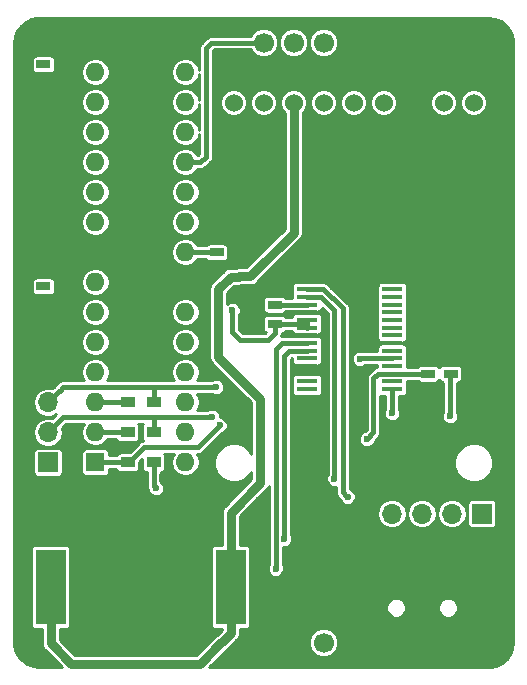
<source format=gbr>
G04 #@! TF.GenerationSoftware,KiCad,Pcbnew,(5.0.2)-1*
G04 #@! TF.CreationDate,2020-05-31T20:08:57-05:00*
G04 #@! TF.ProjectId,ClockBoard,436c6f63-6b42-46f6-9172-642e6b696361,rev?*
G04 #@! TF.SameCoordinates,Original*
G04 #@! TF.FileFunction,Copper,L1,Top*
G04 #@! TF.FilePolarity,Positive*
%FSLAX46Y46*%
G04 Gerber Fmt 4.6, Leading zero omitted, Abs format (unit mm)*
G04 Created by KiCad (PCBNEW (5.0.2)-1) date 5/31/2020 8:08:57 PM*
%MOMM*%
%LPD*%
G01*
G04 APERTURE LIST*
G04 #@! TA.AperFunction,ComponentPad*
%ADD10C,1.524000*%
G04 #@! TD*
G04 #@! TA.AperFunction,SMDPad,CuDef*
%ADD11R,1.200000X0.750000*%
G04 #@! TD*
G04 #@! TA.AperFunction,ComponentPad*
%ADD12R,1.700000X1.700000*%
G04 #@! TD*
G04 #@! TA.AperFunction,ComponentPad*
%ADD13O,1.700000X1.700000*%
G04 #@! TD*
G04 #@! TA.AperFunction,SMDPad,CuDef*
%ADD14R,1.200000X0.900000*%
G04 #@! TD*
G04 #@! TA.AperFunction,ComponentPad*
%ADD15R,1.600000X1.600000*%
G04 #@! TD*
G04 #@! TA.AperFunction,ComponentPad*
%ADD16O,1.600000X1.600000*%
G04 #@! TD*
G04 #@! TA.AperFunction,SMDPad,CuDef*
%ADD17R,1.750000X0.450000*%
G04 #@! TD*
G04 #@! TA.AperFunction,SMDPad,CuDef*
%ADD18R,2.540000X6.350000*%
G04 #@! TD*
G04 #@! TA.AperFunction,BGAPad,CuDef*
%ADD19C,10.160000*%
G04 #@! TD*
G04 #@! TA.AperFunction,ComponentPad*
%ADD20C,1.700000*%
G04 #@! TD*
G04 #@! TA.AperFunction,ViaPad*
%ADD21C,0.600000*%
G04 #@! TD*
G04 #@! TA.AperFunction,Conductor*
%ADD22C,0.406400*%
G04 #@! TD*
G04 #@! TA.AperFunction,Conductor*
%ADD23C,0.762000*%
G04 #@! TD*
G04 #@! TA.AperFunction,Conductor*
%ADD24C,0.254000*%
G04 #@! TD*
G04 APERTURE END LIST*
D10*
G04 #@! TO.P,U2,1*
G04 #@! TO.N,N/C*
X142240000Y-78740000D03*
G04 #@! TO.P,U2,2*
X144780000Y-78740000D03*
G04 #@! TO.P,U2,3*
G04 #@! TO.N,VBat*
X147320000Y-78740000D03*
G04 #@! TO.P,U2,4*
G04 #@! TO.N,N/C*
X149860000Y-78740000D03*
G04 #@! TO.P,U2,5*
G04 #@! TO.N,GPS_TX*
X152400000Y-78740000D03*
G04 #@! TO.P,U2,6*
G04 #@! TO.N,GPS_RX*
X154940000Y-78740000D03*
G04 #@! TO.P,U2,7*
G04 #@! TO.N,GND*
X157480000Y-78740000D03*
G04 #@! TO.P,U2,8*
G04 #@! TO.N,+5V*
X160020000Y-78740000D03*
G04 #@! TO.P,U2,9*
G04 #@! TO.N,N/C*
X162560000Y-78740000D03*
G04 #@! TD*
D11*
G04 #@! TO.P,C2,1*
G04 #@! TO.N,Net-(C2-Pad1)*
X140792200Y-91414600D03*
G04 #@! TO.P,C2,2*
G04 #@! TO.N,GND*
X142692200Y-91414600D03*
G04 #@! TD*
G04 #@! TO.P,C3,1*
G04 #@! TO.N,Net-(C3-Pad1)*
X126136400Y-94310200D03*
G04 #@! TO.P,C3,2*
G04 #@! TO.N,GND*
X128036400Y-94310200D03*
G04 #@! TD*
G04 #@! TO.P,C4,1*
G04 #@! TO.N,Net-(C4-Pad1)*
X126136400Y-75514200D03*
G04 #@! TO.P,C4,2*
G04 #@! TO.N,GND*
X128036400Y-75514200D03*
G04 #@! TD*
G04 #@! TO.P,C5,1*
G04 #@! TO.N,Net-(C5-Pad1)*
X145719800Y-95842308D03*
G04 #@! TO.P,C5,2*
G04 #@! TO.N,GND*
X143819800Y-95842308D03*
G04 #@! TD*
G04 #@! TO.P,C6,1*
G04 #@! TO.N,+5V*
X145719800Y-97485200D03*
G04 #@! TO.P,C6,2*
G04 #@! TO.N,GND*
X143819800Y-97485200D03*
G04 #@! TD*
G04 #@! TO.P,C7,1*
G04 #@! TO.N,Reset*
X160599200Y-101696750D03*
G04 #@! TO.P,C7,2*
G04 #@! TO.N,RTS*
X158699200Y-101696750D03*
G04 #@! TD*
D12*
G04 #@! TO.P,J1,1*
G04 #@! TO.N,RTS*
X126517400Y-109194600D03*
D13*
G04 #@! TO.P,J1,2*
G04 #@! TO.N,IC_RX*
X126517400Y-106654600D03*
G04 #@! TO.P,J1,3*
G04 #@! TO.N,IC_TX*
X126517400Y-104114600D03*
G04 #@! TD*
D14*
G04 #@! TO.P,R1,1*
G04 #@! TO.N,+5V*
X135466000Y-109194600D03*
G04 #@! TO.P,R1,2*
G04 #@! TO.N,Reset*
X133266000Y-109194600D03*
G04 #@! TD*
G04 #@! TO.P,R2,1*
G04 #@! TO.N,IC_RX*
X135466000Y-106654600D03*
G04 #@! TO.P,R2,2*
G04 #@! TO.N,Net-(R2-Pad2)*
X133266000Y-106654600D03*
G04 #@! TD*
G04 #@! TO.P,R3,1*
G04 #@! TO.N,IC_TX*
X135466000Y-104114600D03*
G04 #@! TO.P,R3,2*
G04 #@! TO.N,Net-(R3-Pad2)*
X133266000Y-104114600D03*
G04 #@! TD*
D15*
G04 #@! TO.P,U1,1*
G04 #@! TO.N,Reset*
X130530600Y-109194600D03*
D16*
G04 #@! TO.P,U1,15*
G04 #@! TO.N,N/C*
X138150600Y-76174600D03*
G04 #@! TO.P,U1,2*
G04 #@! TO.N,Net-(R2-Pad2)*
X130530600Y-106654600D03*
G04 #@! TO.P,U1,16*
G04 #@! TO.N,CS*
X138150600Y-78714600D03*
G04 #@! TO.P,U1,3*
G04 #@! TO.N,Net-(R3-Pad2)*
X130530600Y-104114600D03*
G04 #@! TO.P,U1,17*
G04 #@! TO.N,CLK*
X138150600Y-81254600D03*
G04 #@! TO.P,U1,4*
G04 #@! TO.N,GPS_RX*
X130530600Y-101574600D03*
G04 #@! TO.P,U1,18*
G04 #@! TO.N,DIN*
X138150600Y-83794600D03*
G04 #@! TO.P,U1,5*
G04 #@! TO.N,GPS_TX*
X130530600Y-99034600D03*
G04 #@! TO.P,U1,19*
G04 #@! TO.N,N/C*
X138150600Y-86334600D03*
G04 #@! TO.P,U1,6*
X130530600Y-96494600D03*
G04 #@! TO.P,U1,20*
G04 #@! TO.N,+5V*
X138150600Y-88874600D03*
G04 #@! TO.P,U1,7*
X130530600Y-93954600D03*
G04 #@! TO.P,U1,21*
G04 #@! TO.N,Net-(C2-Pad1)*
X138150600Y-91414600D03*
G04 #@! TO.P,U1,8*
G04 #@! TO.N,GND*
X130530600Y-91414600D03*
G04 #@! TO.P,U1,22*
X138150600Y-93954600D03*
G04 #@! TO.P,U1,9*
G04 #@! TO.N,Net-(C3-Pad1)*
X130530600Y-88874600D03*
G04 #@! TO.P,U1,23*
G04 #@! TO.N,N/C*
X138150600Y-96494600D03*
G04 #@! TO.P,U1,10*
G04 #@! TO.N,Net-(C4-Pad1)*
X130530600Y-86334600D03*
G04 #@! TO.P,U1,24*
G04 #@! TO.N,N/C*
X138150600Y-99034600D03*
G04 #@! TO.P,U1,11*
X130530600Y-83794600D03*
G04 #@! TO.P,U1,25*
X138150600Y-101574600D03*
G04 #@! TO.P,U1,12*
X130530600Y-81254600D03*
G04 #@! TO.P,U1,26*
X138150600Y-104114600D03*
G04 #@! TO.P,U1,13*
X130530600Y-78714600D03*
G04 #@! TO.P,U1,27*
X138150600Y-106654600D03*
G04 #@! TO.P,U1,14*
X130530600Y-76174600D03*
G04 #@! TO.P,U1,28*
X138150600Y-109194600D03*
G04 #@! TD*
D17*
G04 #@! TO.P,U3,1*
G04 #@! TO.N,IC_RX*
X155651200Y-102992150D03*
G04 #@! TO.P,U3,2*
G04 #@! TO.N,N/C*
X155651200Y-102342150D03*
G04 #@! TO.P,U3,3*
G04 #@! TO.N,RTS*
X155651200Y-101692150D03*
G04 #@! TO.P,U3,4*
G04 #@! TO.N,N/C*
X155651200Y-101042150D03*
G04 #@! TO.P,U3,5*
G04 #@! TO.N,IC_TX*
X155651200Y-100392150D03*
G04 #@! TO.P,U3,6*
G04 #@! TO.N,N/C*
X155651200Y-99742150D03*
G04 #@! TO.P,U3,7*
G04 #@! TO.N,GND*
X155651200Y-99092150D03*
G04 #@! TO.P,U3,8*
G04 #@! TO.N,N/C*
X155651200Y-98442150D03*
G04 #@! TO.P,U3,9*
X155651200Y-97792150D03*
G04 #@! TO.P,U3,10*
X155651200Y-97142150D03*
G04 #@! TO.P,U3,11*
X155651200Y-96492150D03*
G04 #@! TO.P,U3,12*
X155651200Y-95842150D03*
G04 #@! TO.P,U3,13*
X155651200Y-95192150D03*
G04 #@! TO.P,U3,14*
X155651200Y-94542150D03*
G04 #@! TO.P,U3,15*
G04 #@! TO.N,D+*
X148451200Y-94542150D03*
G04 #@! TO.P,U3,16*
G04 #@! TO.N,D-*
X148451200Y-95192150D03*
G04 #@! TO.P,U3,17*
G04 #@! TO.N,Net-(C5-Pad1)*
X148451200Y-95842150D03*
G04 #@! TO.P,U3,18*
G04 #@! TO.N,GND*
X148451200Y-96492150D03*
G04 #@! TO.P,U3,19*
G04 #@! TO.N,+5V*
X148451200Y-97142150D03*
G04 #@! TO.P,U3,20*
X148451200Y-97792150D03*
G04 #@! TO.P,U3,21*
G04 #@! TO.N,GND*
X148451200Y-98442150D03*
G04 #@! TO.P,U3,22*
G04 #@! TO.N,Net-(D1-Pad1)*
X148451200Y-99092150D03*
G04 #@! TO.P,U3,23*
G04 #@! TO.N,Net-(D2-Pad1)*
X148451200Y-99742150D03*
G04 #@! TO.P,U3,24*
G04 #@! TO.N,N/C*
X148451200Y-100392150D03*
G04 #@! TO.P,U3,25*
G04 #@! TO.N,GND*
X148451200Y-101042150D03*
G04 #@! TO.P,U3,26*
X148451200Y-101692150D03*
G04 #@! TO.P,U3,27*
G04 #@! TO.N,N/C*
X148451200Y-102342150D03*
G04 #@! TO.P,U3,28*
X148451200Y-102992150D03*
G04 #@! TD*
D12*
G04 #@! TO.P,J4,1*
G04 #@! TO.N,+5V*
X163253802Y-113538000D03*
D13*
G04 #@! TO.P,J4,2*
G04 #@! TO.N,D-*
X160713802Y-113538000D03*
G04 #@! TO.P,J4,3*
G04 #@! TO.N,D+*
X158173802Y-113538000D03*
G04 #@! TO.P,J4,4*
G04 #@! TO.N,N/C*
X155633802Y-113538000D03*
G04 #@! TO.P,J4,5*
G04 #@! TO.N,GND*
X153093802Y-113538000D03*
G04 #@! TD*
D18*
G04 #@! TO.P,BT1,1*
G04 #@! TO.N,VBat*
X126746000Y-119735600D03*
X141986000Y-119735600D03*
D19*
G04 #@! TO.P,BT1,2*
G04 #@! TO.N,GND*
X134366000Y-119735600D03*
G04 #@! TD*
D20*
G04 #@! TO.P,J2,CS*
G04 #@! TO.N,CS*
X147320000Y-73660000D03*
G04 #@! TO.P,J2,CLK*
G04 #@! TO.N,CLK*
X149860000Y-73660000D03*
G04 #@! TO.P,J2,DIN*
G04 #@! TO.N,DIN*
X144780000Y-73660000D03*
G04 #@! TO.P,J2,GND*
G04 #@! TO.N,GND*
X147320000Y-124460000D03*
G04 #@! TO.P,J2,VCC*
G04 #@! TO.N,+5V*
X149860000Y-124460000D03*
G04 #@! TD*
D21*
G04 #@! TO.N,+5V*
X142138400Y-96316800D03*
X135686800Y-111404400D03*
G04 #@! TO.N,GND*
X126060200Y-114173000D03*
X144373600Y-112369600D03*
X125730000Y-99314000D03*
G04 #@! TO.N,Net-(C3-Pad1)*
X126136400Y-94310200D03*
G04 #@! TO.N,Net-(C4-Pad1)*
X126136400Y-75514200D03*
G04 #@! TO.N,Reset*
X141046200Y-106070400D03*
X160578800Y-105308400D03*
G04 #@! TO.N,RTS*
X153509600Y-107238800D03*
G04 #@! TO.N,Net-(D1-Pad1)*
X145796000Y-118211600D03*
G04 #@! TO.N,Net-(D2-Pad1)*
X146507200Y-115671600D03*
G04 #@! TO.N,IC_RX*
X140403664Y-105359200D03*
X155651200Y-105054400D03*
G04 #@! TO.N,IC_TX*
X140741400Y-102844600D03*
X152908000Y-100431600D03*
G04 #@! TO.N,D-*
X150774400Y-110591600D03*
G04 #@! TO.N,D+*
X151892000Y-112115600D03*
G04 #@! TD*
D22*
G04 #@! TO.N,+5V*
X142138400Y-96926400D02*
X142138400Y-96316800D01*
X142798800Y-98856800D02*
X142138400Y-98196400D01*
X142138400Y-98196400D02*
X142138400Y-96926400D01*
X145129600Y-98856800D02*
X142798800Y-98856800D01*
X135458200Y-110058800D02*
X135458200Y-111175800D01*
X135458200Y-111175800D02*
X135686800Y-111404400D01*
X135466000Y-109194600D02*
X135466000Y-110051000D01*
X135466000Y-110051000D02*
X135458200Y-110058800D01*
X145719800Y-97485200D02*
X145719800Y-98266600D01*
X145719800Y-98266600D02*
X145129600Y-98856800D01*
X148451200Y-97792150D02*
X148451200Y-97434400D01*
X148451200Y-97434400D02*
X148451200Y-97142150D01*
X145719800Y-97485200D02*
X148400400Y-97485200D01*
X148400400Y-97485200D02*
X148451200Y-97434400D01*
X148445242Y-97798108D02*
X148451200Y-97792150D01*
G04 #@! TO.N,Net-(C2-Pad1)*
X138150600Y-91414600D02*
X140792200Y-91414600D01*
G04 #@! TO.N,Net-(C5-Pad1)*
X148451200Y-95842150D02*
X145719958Y-95842150D01*
X145719958Y-95842150D02*
X145719800Y-95842308D01*
G04 #@! TO.N,Reset*
X140716000Y-106400600D02*
X141046200Y-106070400D01*
X139954000Y-107162600D02*
X140716000Y-106400600D01*
X139954000Y-107162600D02*
X139192000Y-107924600D01*
X134686000Y-107924600D02*
X133416000Y-109194600D01*
X139192000Y-107924600D02*
X134686000Y-107924600D01*
X133416000Y-109194600D02*
X133266000Y-109194600D01*
X133266000Y-109194600D02*
X130530600Y-109194600D01*
X160578800Y-105308400D02*
X160578800Y-101717150D01*
X160578800Y-101717150D02*
X160599200Y-101696750D01*
G04 #@! TO.N,RTS*
X155651200Y-101692150D02*
X154475438Y-101692150D01*
X154475438Y-101692150D02*
X154076400Y-102091188D01*
X154076400Y-102091188D02*
X154076400Y-106672000D01*
X154076400Y-106672000D02*
X153509600Y-107238800D01*
X158699200Y-101696750D02*
X155655800Y-101696750D01*
X155655800Y-101696750D02*
X155651200Y-101692150D01*
G04 #@! TO.N,Net-(D1-Pad1)*
X145796000Y-118211600D02*
X145796000Y-99618800D01*
X145796000Y-99618800D02*
X146322650Y-99092150D01*
X146322650Y-99092150D02*
X148451200Y-99092150D01*
G04 #@! TO.N,Net-(D2-Pad1)*
X146507200Y-115671600D02*
X146507200Y-100177600D01*
X146507200Y-100177600D02*
X146942650Y-99742150D01*
X146942650Y-99742150D02*
X147169800Y-99742150D01*
X147169800Y-99742150D02*
X148451200Y-99742150D01*
G04 #@! TO.N,IC_RX*
X137439400Y-105384600D02*
X135458200Y-105384600D01*
X135458200Y-105384600D02*
X127787400Y-105384600D01*
X135466000Y-106654600D02*
X135466000Y-105798200D01*
X135458200Y-105790400D02*
X135458200Y-105384600D01*
X135466000Y-105798200D02*
X135458200Y-105790400D01*
X137439400Y-105384600D02*
X140378264Y-105384600D01*
X136886000Y-105384600D02*
X137439400Y-105384600D01*
X127787400Y-105384600D02*
X126517400Y-106654600D01*
X135466000Y-106654600D02*
X135616000Y-106654600D01*
X140378264Y-105384600D02*
X140403664Y-105359200D01*
X155651200Y-103623550D02*
X155651200Y-105054400D01*
X155651200Y-102992150D02*
X155651200Y-103623550D01*
X155630650Y-102971600D02*
X155651200Y-102992150D01*
G04 #@! TO.N,IC_TX*
X127787400Y-102844600D02*
X135534400Y-102844600D01*
X135466000Y-104114600D02*
X135466000Y-102913000D01*
X135534400Y-102844600D02*
X140741400Y-102844600D01*
X135466000Y-102913000D02*
X135534400Y-102844600D01*
X127720601Y-102911399D02*
X127787400Y-102844600D01*
X127584200Y-103047800D02*
X127720601Y-102911399D01*
X127367399Y-103264601D02*
X127584200Y-103047800D01*
X127367399Y-103264601D02*
X126517400Y-104114600D01*
X152908000Y-100431600D02*
X152947450Y-100392150D01*
X152947450Y-100392150D02*
X155651200Y-100392150D01*
G04 #@! TO.N,D-*
X150774400Y-110337600D02*
X150774400Y-110591600D01*
X150774400Y-96339588D02*
X150774400Y-110337600D01*
X150585206Y-96150394D02*
X150774400Y-96339588D01*
X150114000Y-95679188D02*
X150585206Y-96150394D01*
X148451200Y-95192150D02*
X149626962Y-95192150D01*
X149626962Y-95192150D02*
X150114000Y-95679188D01*
G04 #@! TO.N,D+*
X151409605Y-96088405D02*
X151477601Y-96156401D01*
X151841200Y-112115600D02*
X151892000Y-112115600D01*
X148451200Y-94542150D02*
X149834554Y-94542150D01*
X151380810Y-96088405D02*
X151409605Y-96088405D01*
X149834554Y-94542150D02*
X151380810Y-96088405D01*
X151477601Y-96156401D02*
X151477601Y-111752001D01*
X151477601Y-111752001D02*
X151841200Y-112115600D01*
G04 #@! TO.N,Net-(R2-Pad2)*
X133266000Y-106654600D02*
X130530600Y-106654600D01*
G04 #@! TO.N,Net-(R3-Pad2)*
X133266000Y-104114600D02*
X130530600Y-104114600D01*
D23*
G04 #@! TO.N,VBat*
X141198600Y-124434600D02*
X141224000Y-124434600D01*
X141224000Y-124434600D02*
X141986000Y-123672600D01*
X141986000Y-123672600D02*
X141986000Y-119735600D01*
X139369800Y-126263400D02*
X141198600Y-124434600D01*
X128498600Y-126263400D02*
X139369800Y-126263400D01*
X126771400Y-124536200D02*
X128498600Y-126263400D01*
X126771400Y-123698000D02*
X126771400Y-124536200D01*
X126746000Y-119735600D02*
X126746000Y-123672600D01*
X126746000Y-123672600D02*
X126771400Y-123698000D01*
X143637000Y-93446600D02*
X147320000Y-89763600D01*
X147320000Y-89763600D02*
X147320000Y-78740000D01*
X142681002Y-93446600D02*
X143637000Y-93446600D01*
X141986000Y-93472000D02*
X142655602Y-93472000D01*
X142655602Y-93472000D02*
X142681002Y-93446600D01*
X140919200Y-94538800D02*
X141986000Y-93472000D01*
X140919200Y-100253800D02*
X140919200Y-94538800D01*
X144475200Y-103809800D02*
X140919200Y-100253800D01*
X144475200Y-110964118D02*
X144475200Y-103809800D01*
X141986000Y-119735600D02*
X141986000Y-113453318D01*
X141986000Y-113453318D02*
X144475200Y-110964118D01*
D22*
G04 #@! TO.N,DIN*
X144780000Y-73660000D02*
X140360400Y-73660000D01*
X140360400Y-73660000D02*
X139903200Y-74117200D01*
X139903200Y-74117200D02*
X139903200Y-83312000D01*
X139903200Y-83312000D02*
X139420600Y-83794600D01*
X139420600Y-83794600D02*
X138150600Y-83794600D01*
G04 #@! TD*
D24*
G04 #@! TO.N,GND*
G36*
X164347367Y-71644983D02*
X164832227Y-71836952D01*
X165254117Y-72143473D01*
X165586519Y-72545278D01*
X165808555Y-73017128D01*
X165910340Y-73550706D01*
X165914001Y-73667195D01*
X165914000Y-124431312D01*
X165845017Y-124977367D01*
X165653047Y-125462228D01*
X165346529Y-125884115D01*
X164944722Y-126216519D01*
X164472870Y-126438556D01*
X163939295Y-126540340D01*
X163822837Y-126544000D01*
X140166830Y-126544000D01*
X141633202Y-125077629D01*
X141773371Y-124983971D01*
X141815883Y-124920347D01*
X142471750Y-124264481D01*
X142535371Y-124221971D01*
X142539935Y-124215139D01*
X148629000Y-124215139D01*
X148629000Y-124704861D01*
X148816408Y-125157306D01*
X149162694Y-125503592D01*
X149615139Y-125691000D01*
X150104861Y-125691000D01*
X150557306Y-125503592D01*
X150903592Y-125157306D01*
X151091000Y-124704861D01*
X151091000Y-124215139D01*
X150903592Y-123762694D01*
X150557306Y-123416408D01*
X150104861Y-123229000D01*
X149615139Y-123229000D01*
X149162694Y-123416408D01*
X148816408Y-123762694D01*
X148629000Y-124215139D01*
X142539935Y-124215139D01*
X142703788Y-123969917D01*
X142748000Y-123747648D01*
X142748000Y-123747647D01*
X142762928Y-123672600D01*
X142748000Y-123597553D01*
X142748000Y-123299064D01*
X143256000Y-123299064D01*
X143404659Y-123269494D01*
X143530686Y-123185286D01*
X143614894Y-123059259D01*
X143644464Y-122910600D01*
X143644464Y-121348804D01*
X155159360Y-121348804D01*
X155159360Y-121679396D01*
X155285872Y-121984824D01*
X155519636Y-122218588D01*
X155825064Y-122345100D01*
X156155656Y-122345100D01*
X156461084Y-122218588D01*
X156694848Y-121984824D01*
X156821360Y-121679396D01*
X156821360Y-121348804D01*
X159559360Y-121348804D01*
X159559360Y-121679396D01*
X159685872Y-121984824D01*
X159919636Y-122218588D01*
X160225064Y-122345100D01*
X160555656Y-122345100D01*
X160861084Y-122218588D01*
X161094848Y-121984824D01*
X161221360Y-121679396D01*
X161221360Y-121348804D01*
X161094848Y-121043376D01*
X160861084Y-120809612D01*
X160555656Y-120683100D01*
X160225064Y-120683100D01*
X159919636Y-120809612D01*
X159685872Y-121043376D01*
X159559360Y-121348804D01*
X156821360Y-121348804D01*
X156694848Y-121043376D01*
X156461084Y-120809612D01*
X156155656Y-120683100D01*
X155825064Y-120683100D01*
X155519636Y-120809612D01*
X155285872Y-121043376D01*
X155159360Y-121348804D01*
X143644464Y-121348804D01*
X143644464Y-116560600D01*
X143614894Y-116411941D01*
X143530686Y-116285914D01*
X143404659Y-116201706D01*
X143256000Y-116172136D01*
X142748000Y-116172136D01*
X142748000Y-113768948D01*
X144960950Y-111555999D01*
X145024571Y-111513489D01*
X145097901Y-111403743D01*
X145192987Y-111261437D01*
X145192987Y-111261436D01*
X145192988Y-111261435D01*
X145211800Y-111166859D01*
X145211800Y-117842444D01*
X145115000Y-118076141D01*
X145115000Y-118347059D01*
X145218676Y-118597356D01*
X145410244Y-118788924D01*
X145660541Y-118892600D01*
X145931459Y-118892600D01*
X146181756Y-118788924D01*
X146373324Y-118597356D01*
X146477000Y-118347059D01*
X146477000Y-118076141D01*
X146380200Y-117842444D01*
X146380200Y-116352600D01*
X146642659Y-116352600D01*
X146892956Y-116248924D01*
X147084524Y-116057356D01*
X147188200Y-115807059D01*
X147188200Y-115536141D01*
X147091400Y-115302444D01*
X147091400Y-113538000D01*
X154378686Y-113538000D01*
X154474226Y-114018312D01*
X154746301Y-114425501D01*
X155153490Y-114697576D01*
X155512563Y-114769000D01*
X155755041Y-114769000D01*
X156114114Y-114697576D01*
X156521303Y-114425501D01*
X156793378Y-114018312D01*
X156888918Y-113538000D01*
X156918686Y-113538000D01*
X157014226Y-114018312D01*
X157286301Y-114425501D01*
X157693490Y-114697576D01*
X158052563Y-114769000D01*
X158295041Y-114769000D01*
X158654114Y-114697576D01*
X159061303Y-114425501D01*
X159333378Y-114018312D01*
X159428918Y-113538000D01*
X159458686Y-113538000D01*
X159554226Y-114018312D01*
X159826301Y-114425501D01*
X160233490Y-114697576D01*
X160592563Y-114769000D01*
X160835041Y-114769000D01*
X161194114Y-114697576D01*
X161601303Y-114425501D01*
X161873378Y-114018312D01*
X161968918Y-113538000D01*
X161873378Y-113057688D01*
X161626361Y-112688000D01*
X162015338Y-112688000D01*
X162015338Y-114388000D01*
X162044908Y-114536659D01*
X162129116Y-114662686D01*
X162255143Y-114746894D01*
X162403802Y-114776464D01*
X164103802Y-114776464D01*
X164252461Y-114746894D01*
X164378488Y-114662686D01*
X164462696Y-114536659D01*
X164492266Y-114388000D01*
X164492266Y-112688000D01*
X164462696Y-112539341D01*
X164378488Y-112413314D01*
X164252461Y-112329106D01*
X164103802Y-112299536D01*
X162403802Y-112299536D01*
X162255143Y-112329106D01*
X162129116Y-112413314D01*
X162044908Y-112539341D01*
X162015338Y-112688000D01*
X161626361Y-112688000D01*
X161601303Y-112650499D01*
X161194114Y-112378424D01*
X160835041Y-112307000D01*
X160592563Y-112307000D01*
X160233490Y-112378424D01*
X159826301Y-112650499D01*
X159554226Y-113057688D01*
X159458686Y-113538000D01*
X159428918Y-113538000D01*
X159333378Y-113057688D01*
X159061303Y-112650499D01*
X158654114Y-112378424D01*
X158295041Y-112307000D01*
X158052563Y-112307000D01*
X157693490Y-112378424D01*
X157286301Y-112650499D01*
X157014226Y-113057688D01*
X156918686Y-113538000D01*
X156888918Y-113538000D01*
X156793378Y-113057688D01*
X156521303Y-112650499D01*
X156114114Y-112378424D01*
X155755041Y-112307000D01*
X155512563Y-112307000D01*
X155153490Y-112378424D01*
X154746301Y-112650499D01*
X154474226Y-113057688D01*
X154378686Y-113538000D01*
X147091400Y-113538000D01*
X147091400Y-102117150D01*
X147187736Y-102117150D01*
X147187736Y-102567150D01*
X147207627Y-102667150D01*
X147187736Y-102767150D01*
X147187736Y-103217150D01*
X147217306Y-103365809D01*
X147301514Y-103491836D01*
X147427541Y-103576044D01*
X147576200Y-103605614D01*
X149326200Y-103605614D01*
X149474859Y-103576044D01*
X149600886Y-103491836D01*
X149685094Y-103365809D01*
X149714664Y-103217150D01*
X149714664Y-102767150D01*
X149694773Y-102667150D01*
X149714664Y-102567150D01*
X149714664Y-102117150D01*
X149685094Y-101968491D01*
X149600886Y-101842464D01*
X149474859Y-101758256D01*
X149326200Y-101728686D01*
X147576200Y-101728686D01*
X147427541Y-101758256D01*
X147301514Y-101842464D01*
X147217306Y-101968491D01*
X147187736Y-102117150D01*
X147091400Y-102117150D01*
X147091400Y-100419583D01*
X147184633Y-100326350D01*
X147187736Y-100326350D01*
X147187736Y-100617150D01*
X147217306Y-100765809D01*
X147301514Y-100891836D01*
X147427541Y-100976044D01*
X147576200Y-101005614D01*
X149326200Y-101005614D01*
X149474859Y-100976044D01*
X149600886Y-100891836D01*
X149685094Y-100765809D01*
X149714664Y-100617150D01*
X149714664Y-100167150D01*
X149694773Y-100067150D01*
X149714664Y-99967150D01*
X149714664Y-99517150D01*
X149694773Y-99417150D01*
X149714664Y-99317150D01*
X149714664Y-98867150D01*
X149685094Y-98718491D01*
X149600886Y-98592464D01*
X149474859Y-98508256D01*
X149326200Y-98478686D01*
X147576200Y-98478686D01*
X147429079Y-98507950D01*
X146380187Y-98507950D01*
X146322650Y-98496505D01*
X146260538Y-98508860D01*
X146270104Y-98494543D01*
X146304000Y-98324137D01*
X146304000Y-98324136D01*
X146315445Y-98266600D01*
X146311877Y-98248664D01*
X146319800Y-98248664D01*
X146468459Y-98219094D01*
X146594486Y-98134886D01*
X146638242Y-98069400D01*
X147198129Y-98069400D01*
X147217306Y-98165809D01*
X147301514Y-98291836D01*
X147427541Y-98376044D01*
X147576200Y-98405614D01*
X149326200Y-98405614D01*
X149474859Y-98376044D01*
X149600886Y-98291836D01*
X149685094Y-98165809D01*
X149714664Y-98017150D01*
X149714664Y-97567150D01*
X149694773Y-97467150D01*
X149714664Y-97367150D01*
X149714664Y-96917150D01*
X149685094Y-96768491D01*
X149600886Y-96642464D01*
X149474859Y-96558256D01*
X149326200Y-96528686D01*
X147576200Y-96528686D01*
X147427541Y-96558256D01*
X147301514Y-96642464D01*
X147217306Y-96768491D01*
X147190948Y-96901000D01*
X146638242Y-96901000D01*
X146594486Y-96835514D01*
X146468459Y-96751306D01*
X146319800Y-96721736D01*
X145119800Y-96721736D01*
X144971141Y-96751306D01*
X144845114Y-96835514D01*
X144760906Y-96961541D01*
X144731336Y-97110200D01*
X144731336Y-97860200D01*
X144760906Y-98008859D01*
X144845114Y-98134886D01*
X144953147Y-98207071D01*
X144887618Y-98272600D01*
X143040783Y-98272600D01*
X142722600Y-97954418D01*
X142722600Y-96685956D01*
X142819400Y-96452259D01*
X142819400Y-96181341D01*
X142715724Y-95931044D01*
X142524156Y-95739476D01*
X142273859Y-95635800D01*
X142002941Y-95635800D01*
X141752644Y-95739476D01*
X141681200Y-95810920D01*
X141681200Y-95467308D01*
X144731336Y-95467308D01*
X144731336Y-96217308D01*
X144760906Y-96365967D01*
X144845114Y-96491994D01*
X144971141Y-96576202D01*
X145119800Y-96605772D01*
X146319800Y-96605772D01*
X146468459Y-96576202D01*
X146594486Y-96491994D01*
X146638348Y-96426350D01*
X147429079Y-96426350D01*
X147576200Y-96455614D01*
X149326200Y-96455614D01*
X149474859Y-96426044D01*
X149600886Y-96341836D01*
X149685094Y-96215809D01*
X149708213Y-96099584D01*
X149741593Y-96132964D01*
X149741596Y-96132966D01*
X150190200Y-96581571D01*
X150190201Y-110222442D01*
X150093400Y-110456141D01*
X150093400Y-110727059D01*
X150197076Y-110977356D01*
X150388644Y-111168924D01*
X150638941Y-111272600D01*
X150893402Y-111272600D01*
X150893402Y-111694460D01*
X150881956Y-111752001D01*
X150922277Y-111954703D01*
X150927298Y-111979944D01*
X151056417Y-112173186D01*
X151105198Y-112205780D01*
X151253796Y-112354378D01*
X151314676Y-112501356D01*
X151506244Y-112692924D01*
X151756541Y-112796600D01*
X152027459Y-112796600D01*
X152277756Y-112692924D01*
X152469324Y-112501356D01*
X152573000Y-112251059D01*
X152573000Y-111980141D01*
X152469324Y-111729844D01*
X152277756Y-111538276D01*
X152061801Y-111448825D01*
X152061801Y-108891596D01*
X160909000Y-108891596D01*
X160909000Y-109548404D01*
X161160350Y-110155216D01*
X161624784Y-110619650D01*
X162231596Y-110871000D01*
X162888404Y-110871000D01*
X163495216Y-110619650D01*
X163959650Y-110155216D01*
X164211000Y-109548404D01*
X164211000Y-108891596D01*
X163959650Y-108284784D01*
X163495216Y-107820350D01*
X162888404Y-107569000D01*
X162231596Y-107569000D01*
X161624784Y-107820350D01*
X161160350Y-108284784D01*
X160909000Y-108891596D01*
X152061801Y-108891596D01*
X152061801Y-100296141D01*
X152227000Y-100296141D01*
X152227000Y-100567059D01*
X152330676Y-100817356D01*
X152522244Y-101008924D01*
X152772541Y-101112600D01*
X153043459Y-101112600D01*
X153293756Y-101008924D01*
X153326330Y-100976350D01*
X154387736Y-100976350D01*
X154387736Y-101113950D01*
X154247495Y-101141846D01*
X154054253Y-101270965D01*
X154021658Y-101319747D01*
X153703999Y-101637407D01*
X153655215Y-101670003D01*
X153526096Y-101863246D01*
X153494014Y-102024534D01*
X153480755Y-102091188D01*
X153492200Y-102148724D01*
X153492201Y-106430016D01*
X153357541Y-106564676D01*
X153123844Y-106661476D01*
X152932276Y-106853044D01*
X152828600Y-107103341D01*
X152828600Y-107374259D01*
X152932276Y-107624556D01*
X153123844Y-107816124D01*
X153374141Y-107919800D01*
X153645059Y-107919800D01*
X153895356Y-107816124D01*
X154086924Y-107624556D01*
X154183724Y-107390859D01*
X154448806Y-107125778D01*
X154497585Y-107093185D01*
X154626704Y-106899943D01*
X154660600Y-106729537D01*
X154672045Y-106672001D01*
X154660600Y-106614465D01*
X154660600Y-103582620D01*
X154776200Y-103605614D01*
X155067000Y-103605614D01*
X155067001Y-104685242D01*
X154970200Y-104918941D01*
X154970200Y-105189859D01*
X155073876Y-105440156D01*
X155265444Y-105631724D01*
X155515741Y-105735400D01*
X155786659Y-105735400D01*
X156036956Y-105631724D01*
X156228524Y-105440156D01*
X156332200Y-105189859D01*
X156332200Y-104918941D01*
X156235400Y-104685244D01*
X156235400Y-103605614D01*
X156526200Y-103605614D01*
X156674859Y-103576044D01*
X156800886Y-103491836D01*
X156885094Y-103365809D01*
X156914664Y-103217150D01*
X156914664Y-102767150D01*
X156894773Y-102667150D01*
X156914664Y-102567150D01*
X156914664Y-102280950D01*
X157780758Y-102280950D01*
X157824514Y-102346436D01*
X157950541Y-102430644D01*
X158099200Y-102460214D01*
X159299200Y-102460214D01*
X159447859Y-102430644D01*
X159573886Y-102346436D01*
X159649200Y-102233720D01*
X159724514Y-102346436D01*
X159850541Y-102430644D01*
X159994601Y-102459299D01*
X159994600Y-104939244D01*
X159897800Y-105172941D01*
X159897800Y-105443859D01*
X160001476Y-105694156D01*
X160193044Y-105885724D01*
X160443341Y-105989400D01*
X160714259Y-105989400D01*
X160964556Y-105885724D01*
X161156124Y-105694156D01*
X161259800Y-105443859D01*
X161259800Y-105172941D01*
X161163000Y-104939244D01*
X161163000Y-102460214D01*
X161199200Y-102460214D01*
X161347859Y-102430644D01*
X161473886Y-102346436D01*
X161558094Y-102220409D01*
X161587664Y-102071750D01*
X161587664Y-101321750D01*
X161558094Y-101173091D01*
X161473886Y-101047064D01*
X161347859Y-100962856D01*
X161199200Y-100933286D01*
X159999200Y-100933286D01*
X159850541Y-100962856D01*
X159724514Y-101047064D01*
X159649200Y-101159780D01*
X159573886Y-101047064D01*
X159447859Y-100962856D01*
X159299200Y-100933286D01*
X158099200Y-100933286D01*
X157950541Y-100962856D01*
X157824514Y-101047064D01*
X157780758Y-101112550D01*
X156914664Y-101112550D01*
X156914664Y-100817150D01*
X156894773Y-100717150D01*
X156914664Y-100617150D01*
X156914664Y-100167150D01*
X156894773Y-100067150D01*
X156914664Y-99967150D01*
X156914664Y-99517150D01*
X156885094Y-99368491D01*
X156800886Y-99242464D01*
X156674859Y-99158256D01*
X156526200Y-99128686D01*
X154776200Y-99128686D01*
X154627541Y-99158256D01*
X154501514Y-99242464D01*
X154417306Y-99368491D01*
X154387736Y-99517150D01*
X154387736Y-99807950D01*
X153181915Y-99807950D01*
X153043459Y-99750600D01*
X152772541Y-99750600D01*
X152522244Y-99854276D01*
X152330676Y-100045844D01*
X152227000Y-100296141D01*
X152061801Y-100296141D01*
X152061801Y-96213937D01*
X152073246Y-96156401D01*
X152059810Y-96088857D01*
X152027905Y-95928458D01*
X151898786Y-95735216D01*
X151858025Y-95707981D01*
X151830790Y-95667220D01*
X151695234Y-95576645D01*
X150435737Y-94317150D01*
X154387736Y-94317150D01*
X154387736Y-94767150D01*
X154407627Y-94867150D01*
X154387736Y-94967150D01*
X154387736Y-95417150D01*
X154407627Y-95517150D01*
X154387736Y-95617150D01*
X154387736Y-96067150D01*
X154407627Y-96167150D01*
X154387736Y-96267150D01*
X154387736Y-96717150D01*
X154407627Y-96817150D01*
X154387736Y-96917150D01*
X154387736Y-97367150D01*
X154407627Y-97467150D01*
X154387736Y-97567150D01*
X154387736Y-98017150D01*
X154407627Y-98117150D01*
X154387736Y-98217150D01*
X154387736Y-98667150D01*
X154417306Y-98815809D01*
X154501514Y-98941836D01*
X154627541Y-99026044D01*
X154776200Y-99055614D01*
X156526200Y-99055614D01*
X156674859Y-99026044D01*
X156800886Y-98941836D01*
X156885094Y-98815809D01*
X156914664Y-98667150D01*
X156914664Y-98217150D01*
X156894773Y-98117150D01*
X156914664Y-98017150D01*
X156914664Y-97567150D01*
X156894773Y-97467150D01*
X156914664Y-97367150D01*
X156914664Y-96917150D01*
X156894773Y-96817150D01*
X156914664Y-96717150D01*
X156914664Y-96267150D01*
X156894773Y-96167150D01*
X156914664Y-96067150D01*
X156914664Y-95617150D01*
X156894773Y-95517150D01*
X156914664Y-95417150D01*
X156914664Y-94967150D01*
X156894773Y-94867150D01*
X156914664Y-94767150D01*
X156914664Y-94317150D01*
X156885094Y-94168491D01*
X156800886Y-94042464D01*
X156674859Y-93958256D01*
X156526200Y-93928686D01*
X154776200Y-93928686D01*
X154627541Y-93958256D01*
X154501514Y-94042464D01*
X154417306Y-94168491D01*
X154387736Y-94317150D01*
X150435737Y-94317150D01*
X150288335Y-94169749D01*
X150255739Y-94120965D01*
X150062497Y-93991846D01*
X149892091Y-93957950D01*
X149892090Y-93957950D01*
X149834554Y-93946505D01*
X149777018Y-93957950D01*
X149473321Y-93957950D01*
X149326200Y-93928686D01*
X147576200Y-93928686D01*
X147427541Y-93958256D01*
X147301514Y-94042464D01*
X147217306Y-94168491D01*
X147187736Y-94317150D01*
X147187736Y-94767150D01*
X147207627Y-94867150D01*
X147187736Y-94967150D01*
X147187736Y-95257950D01*
X146638136Y-95257950D01*
X146594486Y-95192622D01*
X146468459Y-95108414D01*
X146319800Y-95078844D01*
X145119800Y-95078844D01*
X144971141Y-95108414D01*
X144845114Y-95192622D01*
X144760906Y-95318649D01*
X144731336Y-95467308D01*
X141681200Y-95467308D01*
X141681200Y-94854430D01*
X142301631Y-94234000D01*
X142580559Y-94234000D01*
X142655602Y-94248927D01*
X142730645Y-94234000D01*
X142730650Y-94234000D01*
X142858345Y-94208600D01*
X143561957Y-94208600D01*
X143637000Y-94223527D01*
X143712043Y-94208600D01*
X143712048Y-94208600D01*
X143934317Y-94164388D01*
X144186371Y-93995971D01*
X144228883Y-93932347D01*
X147805750Y-90355481D01*
X147869371Y-90312971D01*
X148037788Y-90060917D01*
X148082000Y-89838648D01*
X148082000Y-89838647D01*
X148096928Y-89763600D01*
X148082000Y-89688553D01*
X148082000Y-79594447D01*
X148288989Y-79387458D01*
X148463000Y-78967357D01*
X148463000Y-78512643D01*
X148717000Y-78512643D01*
X148717000Y-78967357D01*
X148891011Y-79387458D01*
X149212542Y-79708989D01*
X149632643Y-79883000D01*
X150087357Y-79883000D01*
X150507458Y-79708989D01*
X150828989Y-79387458D01*
X151003000Y-78967357D01*
X151003000Y-78512643D01*
X151257000Y-78512643D01*
X151257000Y-78967357D01*
X151431011Y-79387458D01*
X151752542Y-79708989D01*
X152172643Y-79883000D01*
X152627357Y-79883000D01*
X153047458Y-79708989D01*
X153368989Y-79387458D01*
X153543000Y-78967357D01*
X153543000Y-78512643D01*
X153797000Y-78512643D01*
X153797000Y-78967357D01*
X153971011Y-79387458D01*
X154292542Y-79708989D01*
X154712643Y-79883000D01*
X155167357Y-79883000D01*
X155587458Y-79708989D01*
X155908989Y-79387458D01*
X156083000Y-78967357D01*
X156083000Y-78512643D01*
X158877000Y-78512643D01*
X158877000Y-78967357D01*
X159051011Y-79387458D01*
X159372542Y-79708989D01*
X159792643Y-79883000D01*
X160247357Y-79883000D01*
X160667458Y-79708989D01*
X160988989Y-79387458D01*
X161163000Y-78967357D01*
X161163000Y-78512643D01*
X161417000Y-78512643D01*
X161417000Y-78967357D01*
X161591011Y-79387458D01*
X161912542Y-79708989D01*
X162332643Y-79883000D01*
X162787357Y-79883000D01*
X163207458Y-79708989D01*
X163528989Y-79387458D01*
X163703000Y-78967357D01*
X163703000Y-78512643D01*
X163528989Y-78092542D01*
X163207458Y-77771011D01*
X162787357Y-77597000D01*
X162332643Y-77597000D01*
X161912542Y-77771011D01*
X161591011Y-78092542D01*
X161417000Y-78512643D01*
X161163000Y-78512643D01*
X160988989Y-78092542D01*
X160667458Y-77771011D01*
X160247357Y-77597000D01*
X159792643Y-77597000D01*
X159372542Y-77771011D01*
X159051011Y-78092542D01*
X158877000Y-78512643D01*
X156083000Y-78512643D01*
X155908989Y-78092542D01*
X155587458Y-77771011D01*
X155167357Y-77597000D01*
X154712643Y-77597000D01*
X154292542Y-77771011D01*
X153971011Y-78092542D01*
X153797000Y-78512643D01*
X153543000Y-78512643D01*
X153368989Y-78092542D01*
X153047458Y-77771011D01*
X152627357Y-77597000D01*
X152172643Y-77597000D01*
X151752542Y-77771011D01*
X151431011Y-78092542D01*
X151257000Y-78512643D01*
X151003000Y-78512643D01*
X150828989Y-78092542D01*
X150507458Y-77771011D01*
X150087357Y-77597000D01*
X149632643Y-77597000D01*
X149212542Y-77771011D01*
X148891011Y-78092542D01*
X148717000Y-78512643D01*
X148463000Y-78512643D01*
X148288989Y-78092542D01*
X147967458Y-77771011D01*
X147547357Y-77597000D01*
X147092643Y-77597000D01*
X146672542Y-77771011D01*
X146351011Y-78092542D01*
X146177000Y-78512643D01*
X146177000Y-78967357D01*
X146351011Y-79387458D01*
X146558001Y-79594448D01*
X146558000Y-89447969D01*
X143321370Y-92684600D01*
X142756044Y-92684600D01*
X142681001Y-92669673D01*
X142605958Y-92684600D01*
X142605954Y-92684600D01*
X142478259Y-92710000D01*
X142061042Y-92710000D01*
X141985999Y-92695073D01*
X141910956Y-92710000D01*
X141910952Y-92710000D01*
X141688683Y-92754212D01*
X141436629Y-92922629D01*
X141394118Y-92986251D01*
X140433451Y-93946919D01*
X140369830Y-93989429D01*
X140327319Y-94053051D01*
X140327318Y-94053052D01*
X140201413Y-94241483D01*
X140142273Y-94538800D01*
X140157201Y-94613848D01*
X140157200Y-100178757D01*
X140142273Y-100253800D01*
X140157200Y-100328843D01*
X140157200Y-100328847D01*
X140201412Y-100551116D01*
X140369829Y-100803171D01*
X140433453Y-100845683D01*
X143713201Y-104125432D01*
X143713200Y-108462350D01*
X143639650Y-108284784D01*
X143175216Y-107820350D01*
X142568404Y-107569000D01*
X141911596Y-107569000D01*
X141304784Y-107820350D01*
X140840350Y-108284784D01*
X140589000Y-108891596D01*
X140589000Y-109548404D01*
X140840350Y-110155216D01*
X141304784Y-110619650D01*
X141911596Y-110871000D01*
X142568404Y-110871000D01*
X143175216Y-110619650D01*
X143639650Y-110155216D01*
X143713200Y-109977650D01*
X143713200Y-110648487D01*
X141500251Y-112861437D01*
X141436630Y-112903947D01*
X141394119Y-112967569D01*
X141394118Y-112967570D01*
X141268213Y-113156001D01*
X141209073Y-113453318D01*
X141224001Y-113528366D01*
X141224001Y-116172136D01*
X140716000Y-116172136D01*
X140567341Y-116201706D01*
X140441314Y-116285914D01*
X140357106Y-116411941D01*
X140327536Y-116560600D01*
X140327536Y-122910600D01*
X140357106Y-123059259D01*
X140441314Y-123185286D01*
X140567341Y-123269494D01*
X140716000Y-123299064D01*
X141224000Y-123299064D01*
X141224000Y-123356969D01*
X140789400Y-123791570D01*
X140649229Y-123885229D01*
X140606718Y-123948851D01*
X139054170Y-125501400D01*
X128814231Y-125501400D01*
X127533400Y-124220570D01*
X127533400Y-123773042D01*
X127548327Y-123697999D01*
X127533400Y-123622956D01*
X127533400Y-123622952D01*
X127508000Y-123495257D01*
X127508000Y-123299064D01*
X128016000Y-123299064D01*
X128164659Y-123269494D01*
X128290686Y-123185286D01*
X128374894Y-123059259D01*
X128404464Y-122910600D01*
X128404464Y-116560600D01*
X128374894Y-116411941D01*
X128290686Y-116285914D01*
X128164659Y-116201706D01*
X128016000Y-116172136D01*
X125476000Y-116172136D01*
X125327341Y-116201706D01*
X125201314Y-116285914D01*
X125117106Y-116411941D01*
X125087536Y-116560600D01*
X125087536Y-122910600D01*
X125117106Y-123059259D01*
X125201314Y-123185286D01*
X125327341Y-123269494D01*
X125476000Y-123299064D01*
X125984001Y-123299064D01*
X125984001Y-123597552D01*
X125969073Y-123672600D01*
X126009400Y-123875338D01*
X126009400Y-124461157D01*
X125994473Y-124536200D01*
X126009400Y-124611243D01*
X126009400Y-124611248D01*
X126053613Y-124833517D01*
X126172863Y-125011987D01*
X126222030Y-125085571D01*
X126285651Y-125128081D01*
X127701569Y-126544000D01*
X125758688Y-126544000D01*
X125212633Y-126475017D01*
X124727772Y-126283047D01*
X124305885Y-125976529D01*
X123973481Y-125574722D01*
X123751444Y-125102870D01*
X123649660Y-124569295D01*
X123646000Y-124452837D01*
X123646000Y-108344600D01*
X125278936Y-108344600D01*
X125278936Y-110044600D01*
X125308506Y-110193259D01*
X125392714Y-110319286D01*
X125518741Y-110403494D01*
X125667400Y-110433064D01*
X127367400Y-110433064D01*
X127516059Y-110403494D01*
X127642086Y-110319286D01*
X127726294Y-110193259D01*
X127755864Y-110044600D01*
X127755864Y-108344600D01*
X127726294Y-108195941D01*
X127642086Y-108069914D01*
X127516059Y-107985706D01*
X127367400Y-107956136D01*
X125667400Y-107956136D01*
X125518741Y-107985706D01*
X125392714Y-108069914D01*
X125308506Y-108195941D01*
X125278936Y-108344600D01*
X123646000Y-108344600D01*
X123646000Y-104114600D01*
X125262284Y-104114600D01*
X125357824Y-104594912D01*
X125629899Y-105002101D01*
X126037088Y-105274176D01*
X126396161Y-105345600D01*
X126638639Y-105345600D01*
X126997712Y-105274176D01*
X127220507Y-105125309D01*
X126875168Y-105470649D01*
X126638639Y-105423600D01*
X126396161Y-105423600D01*
X126037088Y-105495024D01*
X125629899Y-105767099D01*
X125357824Y-106174288D01*
X125262284Y-106654600D01*
X125357824Y-107134912D01*
X125629899Y-107542101D01*
X126037088Y-107814176D01*
X126396161Y-107885600D01*
X126638639Y-107885600D01*
X126997712Y-107814176D01*
X127404901Y-107542101D01*
X127676976Y-107134912D01*
X127772516Y-106654600D01*
X127701351Y-106296832D01*
X128029384Y-105968800D01*
X129568461Y-105968800D01*
X129418122Y-106193797D01*
X129326463Y-106654600D01*
X129418122Y-107115403D01*
X129679147Y-107506053D01*
X130069797Y-107767078D01*
X130414282Y-107835600D01*
X130646918Y-107835600D01*
X130991403Y-107767078D01*
X131382053Y-107506053D01*
X131560626Y-107238800D01*
X132304230Y-107238800D01*
X132307106Y-107253259D01*
X132391314Y-107379286D01*
X132517341Y-107463494D01*
X132666000Y-107493064D01*
X133866000Y-107493064D01*
X134014659Y-107463494D01*
X134140686Y-107379286D01*
X134224894Y-107253259D01*
X134254464Y-107104600D01*
X134254464Y-106204600D01*
X134224894Y-106055941D01*
X134166669Y-105968800D01*
X134565331Y-105968800D01*
X134507106Y-106055941D01*
X134477536Y-106204600D01*
X134477536Y-107104600D01*
X134507106Y-107253259D01*
X134572738Y-107351484D01*
X134458057Y-107374296D01*
X134264815Y-107503415D01*
X134232222Y-107552194D01*
X133428281Y-108356136D01*
X132666000Y-108356136D01*
X132517341Y-108385706D01*
X132391314Y-108469914D01*
X132307106Y-108595941D01*
X132304230Y-108610400D01*
X131719064Y-108610400D01*
X131719064Y-108394600D01*
X131689494Y-108245941D01*
X131605286Y-108119914D01*
X131479259Y-108035706D01*
X131330600Y-108006136D01*
X129730600Y-108006136D01*
X129581941Y-108035706D01*
X129455914Y-108119914D01*
X129371706Y-108245941D01*
X129342136Y-108394600D01*
X129342136Y-109994600D01*
X129371706Y-110143259D01*
X129455914Y-110269286D01*
X129581941Y-110353494D01*
X129730600Y-110383064D01*
X131330600Y-110383064D01*
X131479259Y-110353494D01*
X131605286Y-110269286D01*
X131689494Y-110143259D01*
X131719064Y-109994600D01*
X131719064Y-109778800D01*
X132304230Y-109778800D01*
X132307106Y-109793259D01*
X132391314Y-109919286D01*
X132517341Y-110003494D01*
X132666000Y-110033064D01*
X133866000Y-110033064D01*
X134014659Y-110003494D01*
X134140686Y-109919286D01*
X134224894Y-109793259D01*
X134254464Y-109644600D01*
X134254464Y-109182319D01*
X134477536Y-108959247D01*
X134477536Y-109644600D01*
X134507106Y-109793259D01*
X134591314Y-109919286D01*
X134717341Y-110003494D01*
X134866000Y-110033064D01*
X134867674Y-110033064D01*
X134862555Y-110058800D01*
X134874000Y-110116337D01*
X134874001Y-111118259D01*
X134862555Y-111175800D01*
X134886908Y-111298225D01*
X134907897Y-111403743D01*
X135017142Y-111567241D01*
X135109476Y-111790156D01*
X135301044Y-111981724D01*
X135551341Y-112085400D01*
X135822259Y-112085400D01*
X136072556Y-111981724D01*
X136264124Y-111790156D01*
X136367800Y-111539859D01*
X136367800Y-111268941D01*
X136264124Y-111018644D01*
X136072556Y-110827076D01*
X136042400Y-110814585D01*
X136042400Y-110147750D01*
X136050200Y-110108537D01*
X136050200Y-110108536D01*
X136061645Y-110051000D01*
X136058077Y-110033064D01*
X136066000Y-110033064D01*
X136214659Y-110003494D01*
X136340686Y-109919286D01*
X136424894Y-109793259D01*
X136454464Y-109644600D01*
X136454464Y-108744600D01*
X136424894Y-108595941D01*
X136366669Y-108508800D01*
X137188461Y-108508800D01*
X137038122Y-108733797D01*
X136946463Y-109194600D01*
X137038122Y-109655403D01*
X137299147Y-110046053D01*
X137689797Y-110307078D01*
X138034282Y-110375600D01*
X138266918Y-110375600D01*
X138611403Y-110307078D01*
X139002053Y-110046053D01*
X139263078Y-109655403D01*
X139354737Y-109194600D01*
X139263078Y-108733797D01*
X139112739Y-108508800D01*
X139134464Y-108508800D01*
X139192000Y-108520245D01*
X139249536Y-108508800D01*
X139249537Y-108508800D01*
X139419943Y-108474904D01*
X139613185Y-108345785D01*
X139645781Y-108297001D01*
X140407776Y-107535007D01*
X140407778Y-107535004D01*
X141169776Y-106773007D01*
X141198258Y-106744525D01*
X141431956Y-106647724D01*
X141623524Y-106456156D01*
X141727200Y-106205859D01*
X141727200Y-105934941D01*
X141623524Y-105684644D01*
X141431956Y-105493076D01*
X141181659Y-105389400D01*
X141084664Y-105389400D01*
X141084664Y-105223741D01*
X140980988Y-104973444D01*
X140789420Y-104781876D01*
X140539123Y-104678200D01*
X140268205Y-104678200D01*
X140017908Y-104781876D01*
X139999384Y-104800400D01*
X139112739Y-104800400D01*
X139263078Y-104575403D01*
X139354737Y-104114600D01*
X139263078Y-103653797D01*
X139112739Y-103428800D01*
X140372244Y-103428800D01*
X140605941Y-103525600D01*
X140876859Y-103525600D01*
X141127156Y-103421924D01*
X141318724Y-103230356D01*
X141422400Y-102980059D01*
X141422400Y-102709141D01*
X141318724Y-102458844D01*
X141127156Y-102267276D01*
X140876859Y-102163600D01*
X140605941Y-102163600D01*
X140372244Y-102260400D01*
X139112739Y-102260400D01*
X139263078Y-102035403D01*
X139354737Y-101574600D01*
X139263078Y-101113797D01*
X139002053Y-100723147D01*
X138611403Y-100462122D01*
X138266918Y-100393600D01*
X138034282Y-100393600D01*
X137689797Y-100462122D01*
X137299147Y-100723147D01*
X137038122Y-101113797D01*
X136946463Y-101574600D01*
X137038122Y-102035403D01*
X137188461Y-102260400D01*
X135591935Y-102260400D01*
X135534399Y-102248955D01*
X135476863Y-102260400D01*
X131492739Y-102260400D01*
X131643078Y-102035403D01*
X131734737Y-101574600D01*
X131643078Y-101113797D01*
X131382053Y-100723147D01*
X130991403Y-100462122D01*
X130646918Y-100393600D01*
X130414282Y-100393600D01*
X130069797Y-100462122D01*
X129679147Y-100723147D01*
X129418122Y-101113797D01*
X129326463Y-101574600D01*
X129418122Y-102035403D01*
X129568461Y-102260400D01*
X127844935Y-102260400D01*
X127787399Y-102248955D01*
X127729863Y-102260400D01*
X127559457Y-102294296D01*
X127366215Y-102423415D01*
X127333620Y-102472197D01*
X127211794Y-102594024D01*
X126994997Y-102810821D01*
X126994991Y-102810825D01*
X126875168Y-102930648D01*
X126638639Y-102883600D01*
X126396161Y-102883600D01*
X126037088Y-102955024D01*
X125629899Y-103227099D01*
X125357824Y-103634288D01*
X125262284Y-104114600D01*
X123646000Y-104114600D01*
X123646000Y-99034600D01*
X129326463Y-99034600D01*
X129418122Y-99495403D01*
X129679147Y-99886053D01*
X130069797Y-100147078D01*
X130414282Y-100215600D01*
X130646918Y-100215600D01*
X130991403Y-100147078D01*
X131382053Y-99886053D01*
X131643078Y-99495403D01*
X131734737Y-99034600D01*
X136946463Y-99034600D01*
X137038122Y-99495403D01*
X137299147Y-99886053D01*
X137689797Y-100147078D01*
X138034282Y-100215600D01*
X138266918Y-100215600D01*
X138611403Y-100147078D01*
X139002053Y-99886053D01*
X139263078Y-99495403D01*
X139354737Y-99034600D01*
X139263078Y-98573797D01*
X139002053Y-98183147D01*
X138611403Y-97922122D01*
X138266918Y-97853600D01*
X138034282Y-97853600D01*
X137689797Y-97922122D01*
X137299147Y-98183147D01*
X137038122Y-98573797D01*
X136946463Y-99034600D01*
X131734737Y-99034600D01*
X131643078Y-98573797D01*
X131382053Y-98183147D01*
X130991403Y-97922122D01*
X130646918Y-97853600D01*
X130414282Y-97853600D01*
X130069797Y-97922122D01*
X129679147Y-98183147D01*
X129418122Y-98573797D01*
X129326463Y-99034600D01*
X123646000Y-99034600D01*
X123646000Y-96494600D01*
X129326463Y-96494600D01*
X129418122Y-96955403D01*
X129679147Y-97346053D01*
X130069797Y-97607078D01*
X130414282Y-97675600D01*
X130646918Y-97675600D01*
X130991403Y-97607078D01*
X131382053Y-97346053D01*
X131643078Y-96955403D01*
X131734737Y-96494600D01*
X136946463Y-96494600D01*
X137038122Y-96955403D01*
X137299147Y-97346053D01*
X137689797Y-97607078D01*
X138034282Y-97675600D01*
X138266918Y-97675600D01*
X138611403Y-97607078D01*
X139002053Y-97346053D01*
X139263078Y-96955403D01*
X139354737Y-96494600D01*
X139263078Y-96033797D01*
X139002053Y-95643147D01*
X138611403Y-95382122D01*
X138266918Y-95313600D01*
X138034282Y-95313600D01*
X137689797Y-95382122D01*
X137299147Y-95643147D01*
X137038122Y-96033797D01*
X136946463Y-96494600D01*
X131734737Y-96494600D01*
X131643078Y-96033797D01*
X131382053Y-95643147D01*
X130991403Y-95382122D01*
X130646918Y-95313600D01*
X130414282Y-95313600D01*
X130069797Y-95382122D01*
X129679147Y-95643147D01*
X129418122Y-96033797D01*
X129326463Y-96494600D01*
X123646000Y-96494600D01*
X123646000Y-93935200D01*
X125147936Y-93935200D01*
X125147936Y-94685200D01*
X125177506Y-94833859D01*
X125261714Y-94959886D01*
X125387741Y-95044094D01*
X125536400Y-95073664D01*
X126736400Y-95073664D01*
X126885059Y-95044094D01*
X127011086Y-94959886D01*
X127095294Y-94833859D01*
X127124864Y-94685200D01*
X127124864Y-93954600D01*
X129326463Y-93954600D01*
X129418122Y-94415403D01*
X129679147Y-94806053D01*
X130069797Y-95067078D01*
X130414282Y-95135600D01*
X130646918Y-95135600D01*
X130991403Y-95067078D01*
X131382053Y-94806053D01*
X131643078Y-94415403D01*
X131734737Y-93954600D01*
X131643078Y-93493797D01*
X131382053Y-93103147D01*
X130991403Y-92842122D01*
X130646918Y-92773600D01*
X130414282Y-92773600D01*
X130069797Y-92842122D01*
X129679147Y-93103147D01*
X129418122Y-93493797D01*
X129326463Y-93954600D01*
X127124864Y-93954600D01*
X127124864Y-93935200D01*
X127095294Y-93786541D01*
X127011086Y-93660514D01*
X126885059Y-93576306D01*
X126736400Y-93546736D01*
X125536400Y-93546736D01*
X125387741Y-93576306D01*
X125261714Y-93660514D01*
X125177506Y-93786541D01*
X125147936Y-93935200D01*
X123646000Y-93935200D01*
X123646000Y-91414600D01*
X136946463Y-91414600D01*
X137038122Y-91875403D01*
X137299147Y-92266053D01*
X137689797Y-92527078D01*
X138034282Y-92595600D01*
X138266918Y-92595600D01*
X138611403Y-92527078D01*
X139002053Y-92266053D01*
X139180626Y-91998800D01*
X139873758Y-91998800D01*
X139917514Y-92064286D01*
X140043541Y-92148494D01*
X140192200Y-92178064D01*
X141392200Y-92178064D01*
X141540859Y-92148494D01*
X141666886Y-92064286D01*
X141751094Y-91938259D01*
X141780664Y-91789600D01*
X141780664Y-91039600D01*
X141751094Y-90890941D01*
X141666886Y-90764914D01*
X141540859Y-90680706D01*
X141392200Y-90651136D01*
X140192200Y-90651136D01*
X140043541Y-90680706D01*
X139917514Y-90764914D01*
X139873758Y-90830400D01*
X139180626Y-90830400D01*
X139002053Y-90563147D01*
X138611403Y-90302122D01*
X138266918Y-90233600D01*
X138034282Y-90233600D01*
X137689797Y-90302122D01*
X137299147Y-90563147D01*
X137038122Y-90953797D01*
X136946463Y-91414600D01*
X123646000Y-91414600D01*
X123646000Y-88874600D01*
X129326463Y-88874600D01*
X129418122Y-89335403D01*
X129679147Y-89726053D01*
X130069797Y-89987078D01*
X130414282Y-90055600D01*
X130646918Y-90055600D01*
X130991403Y-89987078D01*
X131382053Y-89726053D01*
X131643078Y-89335403D01*
X131734737Y-88874600D01*
X136946463Y-88874600D01*
X137038122Y-89335403D01*
X137299147Y-89726053D01*
X137689797Y-89987078D01*
X138034282Y-90055600D01*
X138266918Y-90055600D01*
X138611403Y-89987078D01*
X139002053Y-89726053D01*
X139263078Y-89335403D01*
X139354737Y-88874600D01*
X139263078Y-88413797D01*
X139002053Y-88023147D01*
X138611403Y-87762122D01*
X138266918Y-87693600D01*
X138034282Y-87693600D01*
X137689797Y-87762122D01*
X137299147Y-88023147D01*
X137038122Y-88413797D01*
X136946463Y-88874600D01*
X131734737Y-88874600D01*
X131643078Y-88413797D01*
X131382053Y-88023147D01*
X130991403Y-87762122D01*
X130646918Y-87693600D01*
X130414282Y-87693600D01*
X130069797Y-87762122D01*
X129679147Y-88023147D01*
X129418122Y-88413797D01*
X129326463Y-88874600D01*
X123646000Y-88874600D01*
X123646000Y-86334600D01*
X129326463Y-86334600D01*
X129418122Y-86795403D01*
X129679147Y-87186053D01*
X130069797Y-87447078D01*
X130414282Y-87515600D01*
X130646918Y-87515600D01*
X130991403Y-87447078D01*
X131382053Y-87186053D01*
X131643078Y-86795403D01*
X131734737Y-86334600D01*
X136946463Y-86334600D01*
X137038122Y-86795403D01*
X137299147Y-87186053D01*
X137689797Y-87447078D01*
X138034282Y-87515600D01*
X138266918Y-87515600D01*
X138611403Y-87447078D01*
X139002053Y-87186053D01*
X139263078Y-86795403D01*
X139354737Y-86334600D01*
X139263078Y-85873797D01*
X139002053Y-85483147D01*
X138611403Y-85222122D01*
X138266918Y-85153600D01*
X138034282Y-85153600D01*
X137689797Y-85222122D01*
X137299147Y-85483147D01*
X137038122Y-85873797D01*
X136946463Y-86334600D01*
X131734737Y-86334600D01*
X131643078Y-85873797D01*
X131382053Y-85483147D01*
X130991403Y-85222122D01*
X130646918Y-85153600D01*
X130414282Y-85153600D01*
X130069797Y-85222122D01*
X129679147Y-85483147D01*
X129418122Y-85873797D01*
X129326463Y-86334600D01*
X123646000Y-86334600D01*
X123646000Y-83794600D01*
X129326463Y-83794600D01*
X129418122Y-84255403D01*
X129679147Y-84646053D01*
X130069797Y-84907078D01*
X130414282Y-84975600D01*
X130646918Y-84975600D01*
X130991403Y-84907078D01*
X131382053Y-84646053D01*
X131643078Y-84255403D01*
X131734737Y-83794600D01*
X131643078Y-83333797D01*
X131382053Y-82943147D01*
X130991403Y-82682122D01*
X130646918Y-82613600D01*
X130414282Y-82613600D01*
X130069797Y-82682122D01*
X129679147Y-82943147D01*
X129418122Y-83333797D01*
X129326463Y-83794600D01*
X123646000Y-83794600D01*
X123646000Y-81254600D01*
X129326463Y-81254600D01*
X129418122Y-81715403D01*
X129679147Y-82106053D01*
X130069797Y-82367078D01*
X130414282Y-82435600D01*
X130646918Y-82435600D01*
X130991403Y-82367078D01*
X131382053Y-82106053D01*
X131643078Y-81715403D01*
X131734737Y-81254600D01*
X131643078Y-80793797D01*
X131382053Y-80403147D01*
X130991403Y-80142122D01*
X130646918Y-80073600D01*
X130414282Y-80073600D01*
X130069797Y-80142122D01*
X129679147Y-80403147D01*
X129418122Y-80793797D01*
X129326463Y-81254600D01*
X123646000Y-81254600D01*
X123646000Y-78714600D01*
X129326463Y-78714600D01*
X129418122Y-79175403D01*
X129679147Y-79566053D01*
X130069797Y-79827078D01*
X130414282Y-79895600D01*
X130646918Y-79895600D01*
X130991403Y-79827078D01*
X131382053Y-79566053D01*
X131643078Y-79175403D01*
X131734737Y-78714600D01*
X131643078Y-78253797D01*
X131382053Y-77863147D01*
X130991403Y-77602122D01*
X130646918Y-77533600D01*
X130414282Y-77533600D01*
X130069797Y-77602122D01*
X129679147Y-77863147D01*
X129418122Y-78253797D01*
X129326463Y-78714600D01*
X123646000Y-78714600D01*
X123646000Y-75139200D01*
X125147936Y-75139200D01*
X125147936Y-75889200D01*
X125177506Y-76037859D01*
X125261714Y-76163886D01*
X125387741Y-76248094D01*
X125536400Y-76277664D01*
X126736400Y-76277664D01*
X126885059Y-76248094D01*
X126995051Y-76174600D01*
X129326463Y-76174600D01*
X129418122Y-76635403D01*
X129679147Y-77026053D01*
X130069797Y-77287078D01*
X130414282Y-77355600D01*
X130646918Y-77355600D01*
X130991403Y-77287078D01*
X131382053Y-77026053D01*
X131643078Y-76635403D01*
X131734737Y-76174600D01*
X136946463Y-76174600D01*
X137038122Y-76635403D01*
X137299147Y-77026053D01*
X137689797Y-77287078D01*
X138034282Y-77355600D01*
X138266918Y-77355600D01*
X138611403Y-77287078D01*
X139002053Y-77026053D01*
X139263078Y-76635403D01*
X139319000Y-76354262D01*
X139319000Y-78534940D01*
X139263078Y-78253797D01*
X139002053Y-77863147D01*
X138611403Y-77602122D01*
X138266918Y-77533600D01*
X138034282Y-77533600D01*
X137689797Y-77602122D01*
X137299147Y-77863147D01*
X137038122Y-78253797D01*
X136946463Y-78714600D01*
X137038122Y-79175403D01*
X137299147Y-79566053D01*
X137689797Y-79827078D01*
X138034282Y-79895600D01*
X138266918Y-79895600D01*
X138611403Y-79827078D01*
X139002053Y-79566053D01*
X139263078Y-79175403D01*
X139319001Y-78894260D01*
X139319001Y-81074941D01*
X139263078Y-80793797D01*
X139002053Y-80403147D01*
X138611403Y-80142122D01*
X138266918Y-80073600D01*
X138034282Y-80073600D01*
X137689797Y-80142122D01*
X137299147Y-80403147D01*
X137038122Y-80793797D01*
X136946463Y-81254600D01*
X137038122Y-81715403D01*
X137299147Y-82106053D01*
X137689797Y-82367078D01*
X138034282Y-82435600D01*
X138266918Y-82435600D01*
X138611403Y-82367078D01*
X139002053Y-82106053D01*
X139263078Y-81715403D01*
X139319001Y-81434259D01*
X139319001Y-83070016D01*
X139179822Y-83209196D01*
X139002053Y-82943147D01*
X138611403Y-82682122D01*
X138266918Y-82613600D01*
X138034282Y-82613600D01*
X137689797Y-82682122D01*
X137299147Y-82943147D01*
X137038122Y-83333797D01*
X136946463Y-83794600D01*
X137038122Y-84255403D01*
X137299147Y-84646053D01*
X137689797Y-84907078D01*
X138034282Y-84975600D01*
X138266918Y-84975600D01*
X138611403Y-84907078D01*
X139002053Y-84646053D01*
X139180626Y-84378800D01*
X139363064Y-84378800D01*
X139420600Y-84390245D01*
X139478136Y-84378800D01*
X139478137Y-84378800D01*
X139648543Y-84344904D01*
X139841785Y-84215785D01*
X139874381Y-84167001D01*
X140275606Y-83765778D01*
X140324385Y-83733185D01*
X140453504Y-83539943D01*
X140487400Y-83369537D01*
X140498845Y-83312001D01*
X140487400Y-83254465D01*
X140487400Y-78512643D01*
X141097000Y-78512643D01*
X141097000Y-78967357D01*
X141271011Y-79387458D01*
X141592542Y-79708989D01*
X142012643Y-79883000D01*
X142467357Y-79883000D01*
X142887458Y-79708989D01*
X143208989Y-79387458D01*
X143383000Y-78967357D01*
X143383000Y-78512643D01*
X143637000Y-78512643D01*
X143637000Y-78967357D01*
X143811011Y-79387458D01*
X144132542Y-79708989D01*
X144552643Y-79883000D01*
X145007357Y-79883000D01*
X145427458Y-79708989D01*
X145748989Y-79387458D01*
X145923000Y-78967357D01*
X145923000Y-78512643D01*
X145748989Y-78092542D01*
X145427458Y-77771011D01*
X145007357Y-77597000D01*
X144552643Y-77597000D01*
X144132542Y-77771011D01*
X143811011Y-78092542D01*
X143637000Y-78512643D01*
X143383000Y-78512643D01*
X143208989Y-78092542D01*
X142887458Y-77771011D01*
X142467357Y-77597000D01*
X142012643Y-77597000D01*
X141592542Y-77771011D01*
X141271011Y-78092542D01*
X141097000Y-78512643D01*
X140487400Y-78512643D01*
X140487400Y-74359183D01*
X140602383Y-74244200D01*
X143689558Y-74244200D01*
X143736408Y-74357306D01*
X144082694Y-74703592D01*
X144535139Y-74891000D01*
X145024861Y-74891000D01*
X145477306Y-74703592D01*
X145823592Y-74357306D01*
X146011000Y-73904861D01*
X146011000Y-73415139D01*
X146089000Y-73415139D01*
X146089000Y-73904861D01*
X146276408Y-74357306D01*
X146622694Y-74703592D01*
X147075139Y-74891000D01*
X147564861Y-74891000D01*
X148017306Y-74703592D01*
X148363592Y-74357306D01*
X148551000Y-73904861D01*
X148551000Y-73415139D01*
X148629000Y-73415139D01*
X148629000Y-73904861D01*
X148816408Y-74357306D01*
X149162694Y-74703592D01*
X149615139Y-74891000D01*
X150104861Y-74891000D01*
X150557306Y-74703592D01*
X150903592Y-74357306D01*
X151091000Y-73904861D01*
X151091000Y-73415139D01*
X150903592Y-72962694D01*
X150557306Y-72616408D01*
X150104861Y-72429000D01*
X149615139Y-72429000D01*
X149162694Y-72616408D01*
X148816408Y-72962694D01*
X148629000Y-73415139D01*
X148551000Y-73415139D01*
X148363592Y-72962694D01*
X148017306Y-72616408D01*
X147564861Y-72429000D01*
X147075139Y-72429000D01*
X146622694Y-72616408D01*
X146276408Y-72962694D01*
X146089000Y-73415139D01*
X146011000Y-73415139D01*
X145823592Y-72962694D01*
X145477306Y-72616408D01*
X145024861Y-72429000D01*
X144535139Y-72429000D01*
X144082694Y-72616408D01*
X143736408Y-72962694D01*
X143689558Y-73075800D01*
X140417935Y-73075800D01*
X140360399Y-73064355D01*
X140302863Y-73075800D01*
X140132457Y-73109696D01*
X139939215Y-73238815D01*
X139906622Y-73287594D01*
X139530798Y-73663419D01*
X139482015Y-73696015D01*
X139352896Y-73889258D01*
X139324422Y-74032408D01*
X139307555Y-74117200D01*
X139319000Y-74174736D01*
X139319000Y-75994938D01*
X139263078Y-75713797D01*
X139002053Y-75323147D01*
X138611403Y-75062122D01*
X138266918Y-74993600D01*
X138034282Y-74993600D01*
X137689797Y-75062122D01*
X137299147Y-75323147D01*
X137038122Y-75713797D01*
X136946463Y-76174600D01*
X131734737Y-76174600D01*
X131643078Y-75713797D01*
X131382053Y-75323147D01*
X130991403Y-75062122D01*
X130646918Y-74993600D01*
X130414282Y-74993600D01*
X130069797Y-75062122D01*
X129679147Y-75323147D01*
X129418122Y-75713797D01*
X129326463Y-76174600D01*
X126995051Y-76174600D01*
X127011086Y-76163886D01*
X127095294Y-76037859D01*
X127124864Y-75889200D01*
X127124864Y-75139200D01*
X127095294Y-74990541D01*
X127011086Y-74864514D01*
X126885059Y-74780306D01*
X126736400Y-74750736D01*
X125536400Y-74750736D01*
X125387741Y-74780306D01*
X125261714Y-74864514D01*
X125177506Y-74990541D01*
X125147936Y-75139200D01*
X123646000Y-75139200D01*
X123646000Y-73688687D01*
X123714983Y-73142633D01*
X123906952Y-72657773D01*
X124213473Y-72235883D01*
X124615278Y-71903481D01*
X125087128Y-71681445D01*
X125620706Y-71579660D01*
X125737163Y-71576000D01*
X163801313Y-71576000D01*
X164347367Y-71644983D01*
X164347367Y-71644983D01*
G37*
X164347367Y-71644983D02*
X164832227Y-71836952D01*
X165254117Y-72143473D01*
X165586519Y-72545278D01*
X165808555Y-73017128D01*
X165910340Y-73550706D01*
X165914001Y-73667195D01*
X165914000Y-124431312D01*
X165845017Y-124977367D01*
X165653047Y-125462228D01*
X165346529Y-125884115D01*
X164944722Y-126216519D01*
X164472870Y-126438556D01*
X163939295Y-126540340D01*
X163822837Y-126544000D01*
X140166830Y-126544000D01*
X141633202Y-125077629D01*
X141773371Y-124983971D01*
X141815883Y-124920347D01*
X142471750Y-124264481D01*
X142535371Y-124221971D01*
X142539935Y-124215139D01*
X148629000Y-124215139D01*
X148629000Y-124704861D01*
X148816408Y-125157306D01*
X149162694Y-125503592D01*
X149615139Y-125691000D01*
X150104861Y-125691000D01*
X150557306Y-125503592D01*
X150903592Y-125157306D01*
X151091000Y-124704861D01*
X151091000Y-124215139D01*
X150903592Y-123762694D01*
X150557306Y-123416408D01*
X150104861Y-123229000D01*
X149615139Y-123229000D01*
X149162694Y-123416408D01*
X148816408Y-123762694D01*
X148629000Y-124215139D01*
X142539935Y-124215139D01*
X142703788Y-123969917D01*
X142748000Y-123747648D01*
X142748000Y-123747647D01*
X142762928Y-123672600D01*
X142748000Y-123597553D01*
X142748000Y-123299064D01*
X143256000Y-123299064D01*
X143404659Y-123269494D01*
X143530686Y-123185286D01*
X143614894Y-123059259D01*
X143644464Y-122910600D01*
X143644464Y-121348804D01*
X155159360Y-121348804D01*
X155159360Y-121679396D01*
X155285872Y-121984824D01*
X155519636Y-122218588D01*
X155825064Y-122345100D01*
X156155656Y-122345100D01*
X156461084Y-122218588D01*
X156694848Y-121984824D01*
X156821360Y-121679396D01*
X156821360Y-121348804D01*
X159559360Y-121348804D01*
X159559360Y-121679396D01*
X159685872Y-121984824D01*
X159919636Y-122218588D01*
X160225064Y-122345100D01*
X160555656Y-122345100D01*
X160861084Y-122218588D01*
X161094848Y-121984824D01*
X161221360Y-121679396D01*
X161221360Y-121348804D01*
X161094848Y-121043376D01*
X160861084Y-120809612D01*
X160555656Y-120683100D01*
X160225064Y-120683100D01*
X159919636Y-120809612D01*
X159685872Y-121043376D01*
X159559360Y-121348804D01*
X156821360Y-121348804D01*
X156694848Y-121043376D01*
X156461084Y-120809612D01*
X156155656Y-120683100D01*
X155825064Y-120683100D01*
X155519636Y-120809612D01*
X155285872Y-121043376D01*
X155159360Y-121348804D01*
X143644464Y-121348804D01*
X143644464Y-116560600D01*
X143614894Y-116411941D01*
X143530686Y-116285914D01*
X143404659Y-116201706D01*
X143256000Y-116172136D01*
X142748000Y-116172136D01*
X142748000Y-113768948D01*
X144960950Y-111555999D01*
X145024571Y-111513489D01*
X145097901Y-111403743D01*
X145192987Y-111261437D01*
X145192987Y-111261436D01*
X145192988Y-111261435D01*
X145211800Y-111166859D01*
X145211800Y-117842444D01*
X145115000Y-118076141D01*
X145115000Y-118347059D01*
X145218676Y-118597356D01*
X145410244Y-118788924D01*
X145660541Y-118892600D01*
X145931459Y-118892600D01*
X146181756Y-118788924D01*
X146373324Y-118597356D01*
X146477000Y-118347059D01*
X146477000Y-118076141D01*
X146380200Y-117842444D01*
X146380200Y-116352600D01*
X146642659Y-116352600D01*
X146892956Y-116248924D01*
X147084524Y-116057356D01*
X147188200Y-115807059D01*
X147188200Y-115536141D01*
X147091400Y-115302444D01*
X147091400Y-113538000D01*
X154378686Y-113538000D01*
X154474226Y-114018312D01*
X154746301Y-114425501D01*
X155153490Y-114697576D01*
X155512563Y-114769000D01*
X155755041Y-114769000D01*
X156114114Y-114697576D01*
X156521303Y-114425501D01*
X156793378Y-114018312D01*
X156888918Y-113538000D01*
X156918686Y-113538000D01*
X157014226Y-114018312D01*
X157286301Y-114425501D01*
X157693490Y-114697576D01*
X158052563Y-114769000D01*
X158295041Y-114769000D01*
X158654114Y-114697576D01*
X159061303Y-114425501D01*
X159333378Y-114018312D01*
X159428918Y-113538000D01*
X159458686Y-113538000D01*
X159554226Y-114018312D01*
X159826301Y-114425501D01*
X160233490Y-114697576D01*
X160592563Y-114769000D01*
X160835041Y-114769000D01*
X161194114Y-114697576D01*
X161601303Y-114425501D01*
X161873378Y-114018312D01*
X161968918Y-113538000D01*
X161873378Y-113057688D01*
X161626361Y-112688000D01*
X162015338Y-112688000D01*
X162015338Y-114388000D01*
X162044908Y-114536659D01*
X162129116Y-114662686D01*
X162255143Y-114746894D01*
X162403802Y-114776464D01*
X164103802Y-114776464D01*
X164252461Y-114746894D01*
X164378488Y-114662686D01*
X164462696Y-114536659D01*
X164492266Y-114388000D01*
X164492266Y-112688000D01*
X164462696Y-112539341D01*
X164378488Y-112413314D01*
X164252461Y-112329106D01*
X164103802Y-112299536D01*
X162403802Y-112299536D01*
X162255143Y-112329106D01*
X162129116Y-112413314D01*
X162044908Y-112539341D01*
X162015338Y-112688000D01*
X161626361Y-112688000D01*
X161601303Y-112650499D01*
X161194114Y-112378424D01*
X160835041Y-112307000D01*
X160592563Y-112307000D01*
X160233490Y-112378424D01*
X159826301Y-112650499D01*
X159554226Y-113057688D01*
X159458686Y-113538000D01*
X159428918Y-113538000D01*
X159333378Y-113057688D01*
X159061303Y-112650499D01*
X158654114Y-112378424D01*
X158295041Y-112307000D01*
X158052563Y-112307000D01*
X157693490Y-112378424D01*
X157286301Y-112650499D01*
X157014226Y-113057688D01*
X156918686Y-113538000D01*
X156888918Y-113538000D01*
X156793378Y-113057688D01*
X156521303Y-112650499D01*
X156114114Y-112378424D01*
X155755041Y-112307000D01*
X155512563Y-112307000D01*
X155153490Y-112378424D01*
X154746301Y-112650499D01*
X154474226Y-113057688D01*
X154378686Y-113538000D01*
X147091400Y-113538000D01*
X147091400Y-102117150D01*
X147187736Y-102117150D01*
X147187736Y-102567150D01*
X147207627Y-102667150D01*
X147187736Y-102767150D01*
X147187736Y-103217150D01*
X147217306Y-103365809D01*
X147301514Y-103491836D01*
X147427541Y-103576044D01*
X147576200Y-103605614D01*
X149326200Y-103605614D01*
X149474859Y-103576044D01*
X149600886Y-103491836D01*
X149685094Y-103365809D01*
X149714664Y-103217150D01*
X149714664Y-102767150D01*
X149694773Y-102667150D01*
X149714664Y-102567150D01*
X149714664Y-102117150D01*
X149685094Y-101968491D01*
X149600886Y-101842464D01*
X149474859Y-101758256D01*
X149326200Y-101728686D01*
X147576200Y-101728686D01*
X147427541Y-101758256D01*
X147301514Y-101842464D01*
X147217306Y-101968491D01*
X147187736Y-102117150D01*
X147091400Y-102117150D01*
X147091400Y-100419583D01*
X147184633Y-100326350D01*
X147187736Y-100326350D01*
X147187736Y-100617150D01*
X147217306Y-100765809D01*
X147301514Y-100891836D01*
X147427541Y-100976044D01*
X147576200Y-101005614D01*
X149326200Y-101005614D01*
X149474859Y-100976044D01*
X149600886Y-100891836D01*
X149685094Y-100765809D01*
X149714664Y-100617150D01*
X149714664Y-100167150D01*
X149694773Y-100067150D01*
X149714664Y-99967150D01*
X149714664Y-99517150D01*
X149694773Y-99417150D01*
X149714664Y-99317150D01*
X149714664Y-98867150D01*
X149685094Y-98718491D01*
X149600886Y-98592464D01*
X149474859Y-98508256D01*
X149326200Y-98478686D01*
X147576200Y-98478686D01*
X147429079Y-98507950D01*
X146380187Y-98507950D01*
X146322650Y-98496505D01*
X146260538Y-98508860D01*
X146270104Y-98494543D01*
X146304000Y-98324137D01*
X146304000Y-98324136D01*
X146315445Y-98266600D01*
X146311877Y-98248664D01*
X146319800Y-98248664D01*
X146468459Y-98219094D01*
X146594486Y-98134886D01*
X146638242Y-98069400D01*
X147198129Y-98069400D01*
X147217306Y-98165809D01*
X147301514Y-98291836D01*
X147427541Y-98376044D01*
X147576200Y-98405614D01*
X149326200Y-98405614D01*
X149474859Y-98376044D01*
X149600886Y-98291836D01*
X149685094Y-98165809D01*
X149714664Y-98017150D01*
X149714664Y-97567150D01*
X149694773Y-97467150D01*
X149714664Y-97367150D01*
X149714664Y-96917150D01*
X149685094Y-96768491D01*
X149600886Y-96642464D01*
X149474859Y-96558256D01*
X149326200Y-96528686D01*
X147576200Y-96528686D01*
X147427541Y-96558256D01*
X147301514Y-96642464D01*
X147217306Y-96768491D01*
X147190948Y-96901000D01*
X146638242Y-96901000D01*
X146594486Y-96835514D01*
X146468459Y-96751306D01*
X146319800Y-96721736D01*
X145119800Y-96721736D01*
X144971141Y-96751306D01*
X144845114Y-96835514D01*
X144760906Y-96961541D01*
X144731336Y-97110200D01*
X144731336Y-97860200D01*
X144760906Y-98008859D01*
X144845114Y-98134886D01*
X144953147Y-98207071D01*
X144887618Y-98272600D01*
X143040783Y-98272600D01*
X142722600Y-97954418D01*
X142722600Y-96685956D01*
X142819400Y-96452259D01*
X142819400Y-96181341D01*
X142715724Y-95931044D01*
X142524156Y-95739476D01*
X142273859Y-95635800D01*
X142002941Y-95635800D01*
X141752644Y-95739476D01*
X141681200Y-95810920D01*
X141681200Y-95467308D01*
X144731336Y-95467308D01*
X144731336Y-96217308D01*
X144760906Y-96365967D01*
X144845114Y-96491994D01*
X144971141Y-96576202D01*
X145119800Y-96605772D01*
X146319800Y-96605772D01*
X146468459Y-96576202D01*
X146594486Y-96491994D01*
X146638348Y-96426350D01*
X147429079Y-96426350D01*
X147576200Y-96455614D01*
X149326200Y-96455614D01*
X149474859Y-96426044D01*
X149600886Y-96341836D01*
X149685094Y-96215809D01*
X149708213Y-96099584D01*
X149741593Y-96132964D01*
X149741596Y-96132966D01*
X150190200Y-96581571D01*
X150190201Y-110222442D01*
X150093400Y-110456141D01*
X150093400Y-110727059D01*
X150197076Y-110977356D01*
X150388644Y-111168924D01*
X150638941Y-111272600D01*
X150893402Y-111272600D01*
X150893402Y-111694460D01*
X150881956Y-111752001D01*
X150922277Y-111954703D01*
X150927298Y-111979944D01*
X151056417Y-112173186D01*
X151105198Y-112205780D01*
X151253796Y-112354378D01*
X151314676Y-112501356D01*
X151506244Y-112692924D01*
X151756541Y-112796600D01*
X152027459Y-112796600D01*
X152277756Y-112692924D01*
X152469324Y-112501356D01*
X152573000Y-112251059D01*
X152573000Y-111980141D01*
X152469324Y-111729844D01*
X152277756Y-111538276D01*
X152061801Y-111448825D01*
X152061801Y-108891596D01*
X160909000Y-108891596D01*
X160909000Y-109548404D01*
X161160350Y-110155216D01*
X161624784Y-110619650D01*
X162231596Y-110871000D01*
X162888404Y-110871000D01*
X163495216Y-110619650D01*
X163959650Y-110155216D01*
X164211000Y-109548404D01*
X164211000Y-108891596D01*
X163959650Y-108284784D01*
X163495216Y-107820350D01*
X162888404Y-107569000D01*
X162231596Y-107569000D01*
X161624784Y-107820350D01*
X161160350Y-108284784D01*
X160909000Y-108891596D01*
X152061801Y-108891596D01*
X152061801Y-100296141D01*
X152227000Y-100296141D01*
X152227000Y-100567059D01*
X152330676Y-100817356D01*
X152522244Y-101008924D01*
X152772541Y-101112600D01*
X153043459Y-101112600D01*
X153293756Y-101008924D01*
X153326330Y-100976350D01*
X154387736Y-100976350D01*
X154387736Y-101113950D01*
X154247495Y-101141846D01*
X154054253Y-101270965D01*
X154021658Y-101319747D01*
X153703999Y-101637407D01*
X153655215Y-101670003D01*
X153526096Y-101863246D01*
X153494014Y-102024534D01*
X153480755Y-102091188D01*
X153492200Y-102148724D01*
X153492201Y-106430016D01*
X153357541Y-106564676D01*
X153123844Y-106661476D01*
X152932276Y-106853044D01*
X152828600Y-107103341D01*
X152828600Y-107374259D01*
X152932276Y-107624556D01*
X153123844Y-107816124D01*
X153374141Y-107919800D01*
X153645059Y-107919800D01*
X153895356Y-107816124D01*
X154086924Y-107624556D01*
X154183724Y-107390859D01*
X154448806Y-107125778D01*
X154497585Y-107093185D01*
X154626704Y-106899943D01*
X154660600Y-106729537D01*
X154672045Y-106672001D01*
X154660600Y-106614465D01*
X154660600Y-103582620D01*
X154776200Y-103605614D01*
X155067000Y-103605614D01*
X155067001Y-104685242D01*
X154970200Y-104918941D01*
X154970200Y-105189859D01*
X155073876Y-105440156D01*
X155265444Y-105631724D01*
X155515741Y-105735400D01*
X155786659Y-105735400D01*
X156036956Y-105631724D01*
X156228524Y-105440156D01*
X156332200Y-105189859D01*
X156332200Y-104918941D01*
X156235400Y-104685244D01*
X156235400Y-103605614D01*
X156526200Y-103605614D01*
X156674859Y-103576044D01*
X156800886Y-103491836D01*
X156885094Y-103365809D01*
X156914664Y-103217150D01*
X156914664Y-102767150D01*
X156894773Y-102667150D01*
X156914664Y-102567150D01*
X156914664Y-102280950D01*
X157780758Y-102280950D01*
X157824514Y-102346436D01*
X157950541Y-102430644D01*
X158099200Y-102460214D01*
X159299200Y-102460214D01*
X159447859Y-102430644D01*
X159573886Y-102346436D01*
X159649200Y-102233720D01*
X159724514Y-102346436D01*
X159850541Y-102430644D01*
X159994601Y-102459299D01*
X159994600Y-104939244D01*
X159897800Y-105172941D01*
X159897800Y-105443859D01*
X160001476Y-105694156D01*
X160193044Y-105885724D01*
X160443341Y-105989400D01*
X160714259Y-105989400D01*
X160964556Y-105885724D01*
X161156124Y-105694156D01*
X161259800Y-105443859D01*
X161259800Y-105172941D01*
X161163000Y-104939244D01*
X161163000Y-102460214D01*
X161199200Y-102460214D01*
X161347859Y-102430644D01*
X161473886Y-102346436D01*
X161558094Y-102220409D01*
X161587664Y-102071750D01*
X161587664Y-101321750D01*
X161558094Y-101173091D01*
X161473886Y-101047064D01*
X161347859Y-100962856D01*
X161199200Y-100933286D01*
X159999200Y-100933286D01*
X159850541Y-100962856D01*
X159724514Y-101047064D01*
X159649200Y-101159780D01*
X159573886Y-101047064D01*
X159447859Y-100962856D01*
X159299200Y-100933286D01*
X158099200Y-100933286D01*
X157950541Y-100962856D01*
X157824514Y-101047064D01*
X157780758Y-101112550D01*
X156914664Y-101112550D01*
X156914664Y-100817150D01*
X156894773Y-100717150D01*
X156914664Y-100617150D01*
X156914664Y-100167150D01*
X156894773Y-100067150D01*
X156914664Y-99967150D01*
X156914664Y-99517150D01*
X156885094Y-99368491D01*
X156800886Y-99242464D01*
X156674859Y-99158256D01*
X156526200Y-99128686D01*
X154776200Y-99128686D01*
X154627541Y-99158256D01*
X154501514Y-99242464D01*
X154417306Y-99368491D01*
X154387736Y-99517150D01*
X154387736Y-99807950D01*
X153181915Y-99807950D01*
X153043459Y-99750600D01*
X152772541Y-99750600D01*
X152522244Y-99854276D01*
X152330676Y-100045844D01*
X152227000Y-100296141D01*
X152061801Y-100296141D01*
X152061801Y-96213937D01*
X152073246Y-96156401D01*
X152059810Y-96088857D01*
X152027905Y-95928458D01*
X151898786Y-95735216D01*
X151858025Y-95707981D01*
X151830790Y-95667220D01*
X151695234Y-95576645D01*
X150435737Y-94317150D01*
X154387736Y-94317150D01*
X154387736Y-94767150D01*
X154407627Y-94867150D01*
X154387736Y-94967150D01*
X154387736Y-95417150D01*
X154407627Y-95517150D01*
X154387736Y-95617150D01*
X154387736Y-96067150D01*
X154407627Y-96167150D01*
X154387736Y-96267150D01*
X154387736Y-96717150D01*
X154407627Y-96817150D01*
X154387736Y-96917150D01*
X154387736Y-97367150D01*
X154407627Y-97467150D01*
X154387736Y-97567150D01*
X154387736Y-98017150D01*
X154407627Y-98117150D01*
X154387736Y-98217150D01*
X154387736Y-98667150D01*
X154417306Y-98815809D01*
X154501514Y-98941836D01*
X154627541Y-99026044D01*
X154776200Y-99055614D01*
X156526200Y-99055614D01*
X156674859Y-99026044D01*
X156800886Y-98941836D01*
X156885094Y-98815809D01*
X156914664Y-98667150D01*
X156914664Y-98217150D01*
X156894773Y-98117150D01*
X156914664Y-98017150D01*
X156914664Y-97567150D01*
X156894773Y-97467150D01*
X156914664Y-97367150D01*
X156914664Y-96917150D01*
X156894773Y-96817150D01*
X156914664Y-96717150D01*
X156914664Y-96267150D01*
X156894773Y-96167150D01*
X156914664Y-96067150D01*
X156914664Y-95617150D01*
X156894773Y-95517150D01*
X156914664Y-95417150D01*
X156914664Y-94967150D01*
X156894773Y-94867150D01*
X156914664Y-94767150D01*
X156914664Y-94317150D01*
X156885094Y-94168491D01*
X156800886Y-94042464D01*
X156674859Y-93958256D01*
X156526200Y-93928686D01*
X154776200Y-93928686D01*
X154627541Y-93958256D01*
X154501514Y-94042464D01*
X154417306Y-94168491D01*
X154387736Y-94317150D01*
X150435737Y-94317150D01*
X150288335Y-94169749D01*
X150255739Y-94120965D01*
X150062497Y-93991846D01*
X149892091Y-93957950D01*
X149892090Y-93957950D01*
X149834554Y-93946505D01*
X149777018Y-93957950D01*
X149473321Y-93957950D01*
X149326200Y-93928686D01*
X147576200Y-93928686D01*
X147427541Y-93958256D01*
X147301514Y-94042464D01*
X147217306Y-94168491D01*
X147187736Y-94317150D01*
X147187736Y-94767150D01*
X147207627Y-94867150D01*
X147187736Y-94967150D01*
X147187736Y-95257950D01*
X146638136Y-95257950D01*
X146594486Y-95192622D01*
X146468459Y-95108414D01*
X146319800Y-95078844D01*
X145119800Y-95078844D01*
X144971141Y-95108414D01*
X144845114Y-95192622D01*
X144760906Y-95318649D01*
X144731336Y-95467308D01*
X141681200Y-95467308D01*
X141681200Y-94854430D01*
X142301631Y-94234000D01*
X142580559Y-94234000D01*
X142655602Y-94248927D01*
X142730645Y-94234000D01*
X142730650Y-94234000D01*
X142858345Y-94208600D01*
X143561957Y-94208600D01*
X143637000Y-94223527D01*
X143712043Y-94208600D01*
X143712048Y-94208600D01*
X143934317Y-94164388D01*
X144186371Y-93995971D01*
X144228883Y-93932347D01*
X147805750Y-90355481D01*
X147869371Y-90312971D01*
X148037788Y-90060917D01*
X148082000Y-89838648D01*
X148082000Y-89838647D01*
X148096928Y-89763600D01*
X148082000Y-89688553D01*
X148082000Y-79594447D01*
X148288989Y-79387458D01*
X148463000Y-78967357D01*
X148463000Y-78512643D01*
X148717000Y-78512643D01*
X148717000Y-78967357D01*
X148891011Y-79387458D01*
X149212542Y-79708989D01*
X149632643Y-79883000D01*
X150087357Y-79883000D01*
X150507458Y-79708989D01*
X150828989Y-79387458D01*
X151003000Y-78967357D01*
X151003000Y-78512643D01*
X151257000Y-78512643D01*
X151257000Y-78967357D01*
X151431011Y-79387458D01*
X151752542Y-79708989D01*
X152172643Y-79883000D01*
X152627357Y-79883000D01*
X153047458Y-79708989D01*
X153368989Y-79387458D01*
X153543000Y-78967357D01*
X153543000Y-78512643D01*
X153797000Y-78512643D01*
X153797000Y-78967357D01*
X153971011Y-79387458D01*
X154292542Y-79708989D01*
X154712643Y-79883000D01*
X155167357Y-79883000D01*
X155587458Y-79708989D01*
X155908989Y-79387458D01*
X156083000Y-78967357D01*
X156083000Y-78512643D01*
X158877000Y-78512643D01*
X158877000Y-78967357D01*
X159051011Y-79387458D01*
X159372542Y-79708989D01*
X159792643Y-79883000D01*
X160247357Y-79883000D01*
X160667458Y-79708989D01*
X160988989Y-79387458D01*
X161163000Y-78967357D01*
X161163000Y-78512643D01*
X161417000Y-78512643D01*
X161417000Y-78967357D01*
X161591011Y-79387458D01*
X161912542Y-79708989D01*
X162332643Y-79883000D01*
X162787357Y-79883000D01*
X163207458Y-79708989D01*
X163528989Y-79387458D01*
X163703000Y-78967357D01*
X163703000Y-78512643D01*
X163528989Y-78092542D01*
X163207458Y-77771011D01*
X162787357Y-77597000D01*
X162332643Y-77597000D01*
X161912542Y-77771011D01*
X161591011Y-78092542D01*
X161417000Y-78512643D01*
X161163000Y-78512643D01*
X160988989Y-78092542D01*
X160667458Y-77771011D01*
X160247357Y-77597000D01*
X159792643Y-77597000D01*
X159372542Y-77771011D01*
X159051011Y-78092542D01*
X158877000Y-78512643D01*
X156083000Y-78512643D01*
X155908989Y-78092542D01*
X155587458Y-77771011D01*
X155167357Y-77597000D01*
X154712643Y-77597000D01*
X154292542Y-77771011D01*
X153971011Y-78092542D01*
X153797000Y-78512643D01*
X153543000Y-78512643D01*
X153368989Y-78092542D01*
X153047458Y-77771011D01*
X152627357Y-77597000D01*
X152172643Y-77597000D01*
X151752542Y-77771011D01*
X151431011Y-78092542D01*
X151257000Y-78512643D01*
X151003000Y-78512643D01*
X150828989Y-78092542D01*
X150507458Y-77771011D01*
X150087357Y-77597000D01*
X149632643Y-77597000D01*
X149212542Y-77771011D01*
X148891011Y-78092542D01*
X148717000Y-78512643D01*
X148463000Y-78512643D01*
X148288989Y-78092542D01*
X147967458Y-77771011D01*
X147547357Y-77597000D01*
X147092643Y-77597000D01*
X146672542Y-77771011D01*
X146351011Y-78092542D01*
X146177000Y-78512643D01*
X146177000Y-78967357D01*
X146351011Y-79387458D01*
X146558001Y-79594448D01*
X146558000Y-89447969D01*
X143321370Y-92684600D01*
X142756044Y-92684600D01*
X142681001Y-92669673D01*
X142605958Y-92684600D01*
X142605954Y-92684600D01*
X142478259Y-92710000D01*
X142061042Y-92710000D01*
X141985999Y-92695073D01*
X141910956Y-92710000D01*
X141910952Y-92710000D01*
X141688683Y-92754212D01*
X141436629Y-92922629D01*
X141394118Y-92986251D01*
X140433451Y-93946919D01*
X140369830Y-93989429D01*
X140327319Y-94053051D01*
X140327318Y-94053052D01*
X140201413Y-94241483D01*
X140142273Y-94538800D01*
X140157201Y-94613848D01*
X140157200Y-100178757D01*
X140142273Y-100253800D01*
X140157200Y-100328843D01*
X140157200Y-100328847D01*
X140201412Y-100551116D01*
X140369829Y-100803171D01*
X140433453Y-100845683D01*
X143713201Y-104125432D01*
X143713200Y-108462350D01*
X143639650Y-108284784D01*
X143175216Y-107820350D01*
X142568404Y-107569000D01*
X141911596Y-107569000D01*
X141304784Y-107820350D01*
X140840350Y-108284784D01*
X140589000Y-108891596D01*
X140589000Y-109548404D01*
X140840350Y-110155216D01*
X141304784Y-110619650D01*
X141911596Y-110871000D01*
X142568404Y-110871000D01*
X143175216Y-110619650D01*
X143639650Y-110155216D01*
X143713200Y-109977650D01*
X143713200Y-110648487D01*
X141500251Y-112861437D01*
X141436630Y-112903947D01*
X141394119Y-112967569D01*
X141394118Y-112967570D01*
X141268213Y-113156001D01*
X141209073Y-113453318D01*
X141224001Y-113528366D01*
X141224001Y-116172136D01*
X140716000Y-116172136D01*
X140567341Y-116201706D01*
X140441314Y-116285914D01*
X140357106Y-116411941D01*
X140327536Y-116560600D01*
X140327536Y-122910600D01*
X140357106Y-123059259D01*
X140441314Y-123185286D01*
X140567341Y-123269494D01*
X140716000Y-123299064D01*
X141224000Y-123299064D01*
X141224000Y-123356969D01*
X140789400Y-123791570D01*
X140649229Y-123885229D01*
X140606718Y-123948851D01*
X139054170Y-125501400D01*
X128814231Y-125501400D01*
X127533400Y-124220570D01*
X127533400Y-123773042D01*
X127548327Y-123697999D01*
X127533400Y-123622956D01*
X127533400Y-123622952D01*
X127508000Y-123495257D01*
X127508000Y-123299064D01*
X128016000Y-123299064D01*
X128164659Y-123269494D01*
X128290686Y-123185286D01*
X128374894Y-123059259D01*
X128404464Y-122910600D01*
X128404464Y-116560600D01*
X128374894Y-116411941D01*
X128290686Y-116285914D01*
X128164659Y-116201706D01*
X128016000Y-116172136D01*
X125476000Y-116172136D01*
X125327341Y-116201706D01*
X125201314Y-116285914D01*
X125117106Y-116411941D01*
X125087536Y-116560600D01*
X125087536Y-122910600D01*
X125117106Y-123059259D01*
X125201314Y-123185286D01*
X125327341Y-123269494D01*
X125476000Y-123299064D01*
X125984001Y-123299064D01*
X125984001Y-123597552D01*
X125969073Y-123672600D01*
X126009400Y-123875338D01*
X126009400Y-124461157D01*
X125994473Y-124536200D01*
X126009400Y-124611243D01*
X126009400Y-124611248D01*
X126053613Y-124833517D01*
X126172863Y-125011987D01*
X126222030Y-125085571D01*
X126285651Y-125128081D01*
X127701569Y-126544000D01*
X125758688Y-126544000D01*
X125212633Y-126475017D01*
X124727772Y-126283047D01*
X124305885Y-125976529D01*
X123973481Y-125574722D01*
X123751444Y-125102870D01*
X123649660Y-124569295D01*
X123646000Y-124452837D01*
X123646000Y-108344600D01*
X125278936Y-108344600D01*
X125278936Y-110044600D01*
X125308506Y-110193259D01*
X125392714Y-110319286D01*
X125518741Y-110403494D01*
X125667400Y-110433064D01*
X127367400Y-110433064D01*
X127516059Y-110403494D01*
X127642086Y-110319286D01*
X127726294Y-110193259D01*
X127755864Y-110044600D01*
X127755864Y-108344600D01*
X127726294Y-108195941D01*
X127642086Y-108069914D01*
X127516059Y-107985706D01*
X127367400Y-107956136D01*
X125667400Y-107956136D01*
X125518741Y-107985706D01*
X125392714Y-108069914D01*
X125308506Y-108195941D01*
X125278936Y-108344600D01*
X123646000Y-108344600D01*
X123646000Y-104114600D01*
X125262284Y-104114600D01*
X125357824Y-104594912D01*
X125629899Y-105002101D01*
X126037088Y-105274176D01*
X126396161Y-105345600D01*
X126638639Y-105345600D01*
X126997712Y-105274176D01*
X127220507Y-105125309D01*
X126875168Y-105470649D01*
X126638639Y-105423600D01*
X126396161Y-105423600D01*
X126037088Y-105495024D01*
X125629899Y-105767099D01*
X125357824Y-106174288D01*
X125262284Y-106654600D01*
X125357824Y-107134912D01*
X125629899Y-107542101D01*
X126037088Y-107814176D01*
X126396161Y-107885600D01*
X126638639Y-107885600D01*
X126997712Y-107814176D01*
X127404901Y-107542101D01*
X127676976Y-107134912D01*
X127772516Y-106654600D01*
X127701351Y-106296832D01*
X128029384Y-105968800D01*
X129568461Y-105968800D01*
X129418122Y-106193797D01*
X129326463Y-106654600D01*
X129418122Y-107115403D01*
X129679147Y-107506053D01*
X130069797Y-107767078D01*
X130414282Y-107835600D01*
X130646918Y-107835600D01*
X130991403Y-107767078D01*
X131382053Y-107506053D01*
X131560626Y-107238800D01*
X132304230Y-107238800D01*
X132307106Y-107253259D01*
X132391314Y-107379286D01*
X132517341Y-107463494D01*
X132666000Y-107493064D01*
X133866000Y-107493064D01*
X134014659Y-107463494D01*
X134140686Y-107379286D01*
X134224894Y-107253259D01*
X134254464Y-107104600D01*
X134254464Y-106204600D01*
X134224894Y-106055941D01*
X134166669Y-105968800D01*
X134565331Y-105968800D01*
X134507106Y-106055941D01*
X134477536Y-106204600D01*
X134477536Y-107104600D01*
X134507106Y-107253259D01*
X134572738Y-107351484D01*
X134458057Y-107374296D01*
X134264815Y-107503415D01*
X134232222Y-107552194D01*
X133428281Y-108356136D01*
X132666000Y-108356136D01*
X132517341Y-108385706D01*
X132391314Y-108469914D01*
X132307106Y-108595941D01*
X132304230Y-108610400D01*
X131719064Y-108610400D01*
X131719064Y-108394600D01*
X131689494Y-108245941D01*
X131605286Y-108119914D01*
X131479259Y-108035706D01*
X131330600Y-108006136D01*
X129730600Y-108006136D01*
X129581941Y-108035706D01*
X129455914Y-108119914D01*
X129371706Y-108245941D01*
X129342136Y-108394600D01*
X129342136Y-109994600D01*
X129371706Y-110143259D01*
X129455914Y-110269286D01*
X129581941Y-110353494D01*
X129730600Y-110383064D01*
X131330600Y-110383064D01*
X131479259Y-110353494D01*
X131605286Y-110269286D01*
X131689494Y-110143259D01*
X131719064Y-109994600D01*
X131719064Y-109778800D01*
X132304230Y-109778800D01*
X132307106Y-109793259D01*
X132391314Y-109919286D01*
X132517341Y-110003494D01*
X132666000Y-110033064D01*
X133866000Y-110033064D01*
X134014659Y-110003494D01*
X134140686Y-109919286D01*
X134224894Y-109793259D01*
X134254464Y-109644600D01*
X134254464Y-109182319D01*
X134477536Y-108959247D01*
X134477536Y-109644600D01*
X134507106Y-109793259D01*
X134591314Y-109919286D01*
X134717341Y-110003494D01*
X134866000Y-110033064D01*
X134867674Y-110033064D01*
X134862555Y-110058800D01*
X134874000Y-110116337D01*
X134874001Y-111118259D01*
X134862555Y-111175800D01*
X134886908Y-111298225D01*
X134907897Y-111403743D01*
X135017142Y-111567241D01*
X135109476Y-111790156D01*
X135301044Y-111981724D01*
X135551341Y-112085400D01*
X135822259Y-112085400D01*
X136072556Y-111981724D01*
X136264124Y-111790156D01*
X136367800Y-111539859D01*
X136367800Y-111268941D01*
X136264124Y-111018644D01*
X136072556Y-110827076D01*
X136042400Y-110814585D01*
X136042400Y-110147750D01*
X136050200Y-110108537D01*
X136050200Y-110108536D01*
X136061645Y-110051000D01*
X136058077Y-110033064D01*
X136066000Y-110033064D01*
X136214659Y-110003494D01*
X136340686Y-109919286D01*
X136424894Y-109793259D01*
X136454464Y-109644600D01*
X136454464Y-108744600D01*
X136424894Y-108595941D01*
X136366669Y-108508800D01*
X137188461Y-108508800D01*
X137038122Y-108733797D01*
X136946463Y-109194600D01*
X137038122Y-109655403D01*
X137299147Y-110046053D01*
X137689797Y-110307078D01*
X138034282Y-110375600D01*
X138266918Y-110375600D01*
X138611403Y-110307078D01*
X139002053Y-110046053D01*
X139263078Y-109655403D01*
X139354737Y-109194600D01*
X139263078Y-108733797D01*
X139112739Y-108508800D01*
X139134464Y-108508800D01*
X139192000Y-108520245D01*
X139249536Y-108508800D01*
X139249537Y-108508800D01*
X139419943Y-108474904D01*
X139613185Y-108345785D01*
X139645781Y-108297001D01*
X140407776Y-107535007D01*
X140407778Y-107535004D01*
X141169776Y-106773007D01*
X141198258Y-106744525D01*
X141431956Y-106647724D01*
X141623524Y-106456156D01*
X141727200Y-106205859D01*
X141727200Y-105934941D01*
X141623524Y-105684644D01*
X141431956Y-105493076D01*
X141181659Y-105389400D01*
X141084664Y-105389400D01*
X141084664Y-105223741D01*
X140980988Y-104973444D01*
X140789420Y-104781876D01*
X140539123Y-104678200D01*
X140268205Y-104678200D01*
X140017908Y-104781876D01*
X139999384Y-104800400D01*
X139112739Y-104800400D01*
X139263078Y-104575403D01*
X139354737Y-104114600D01*
X139263078Y-103653797D01*
X139112739Y-103428800D01*
X140372244Y-103428800D01*
X140605941Y-103525600D01*
X140876859Y-103525600D01*
X141127156Y-103421924D01*
X141318724Y-103230356D01*
X141422400Y-102980059D01*
X141422400Y-102709141D01*
X141318724Y-102458844D01*
X141127156Y-102267276D01*
X140876859Y-102163600D01*
X140605941Y-102163600D01*
X140372244Y-102260400D01*
X139112739Y-102260400D01*
X139263078Y-102035403D01*
X139354737Y-101574600D01*
X139263078Y-101113797D01*
X139002053Y-100723147D01*
X138611403Y-100462122D01*
X138266918Y-100393600D01*
X138034282Y-100393600D01*
X137689797Y-100462122D01*
X137299147Y-100723147D01*
X137038122Y-101113797D01*
X136946463Y-101574600D01*
X137038122Y-102035403D01*
X137188461Y-102260400D01*
X135591935Y-102260400D01*
X135534399Y-102248955D01*
X135476863Y-102260400D01*
X131492739Y-102260400D01*
X131643078Y-102035403D01*
X131734737Y-101574600D01*
X131643078Y-101113797D01*
X131382053Y-100723147D01*
X130991403Y-100462122D01*
X130646918Y-100393600D01*
X130414282Y-100393600D01*
X130069797Y-100462122D01*
X129679147Y-100723147D01*
X129418122Y-101113797D01*
X129326463Y-101574600D01*
X129418122Y-102035403D01*
X129568461Y-102260400D01*
X127844935Y-102260400D01*
X127787399Y-102248955D01*
X127729863Y-102260400D01*
X127559457Y-102294296D01*
X127366215Y-102423415D01*
X127333620Y-102472197D01*
X127211794Y-102594024D01*
X126994997Y-102810821D01*
X126994991Y-102810825D01*
X126875168Y-102930648D01*
X126638639Y-102883600D01*
X126396161Y-102883600D01*
X126037088Y-102955024D01*
X125629899Y-103227099D01*
X125357824Y-103634288D01*
X125262284Y-104114600D01*
X123646000Y-104114600D01*
X123646000Y-99034600D01*
X129326463Y-99034600D01*
X129418122Y-99495403D01*
X129679147Y-99886053D01*
X130069797Y-100147078D01*
X130414282Y-100215600D01*
X130646918Y-100215600D01*
X130991403Y-100147078D01*
X131382053Y-99886053D01*
X131643078Y-99495403D01*
X131734737Y-99034600D01*
X136946463Y-99034600D01*
X137038122Y-99495403D01*
X137299147Y-99886053D01*
X137689797Y-100147078D01*
X138034282Y-100215600D01*
X138266918Y-100215600D01*
X138611403Y-100147078D01*
X139002053Y-99886053D01*
X139263078Y-99495403D01*
X139354737Y-99034600D01*
X139263078Y-98573797D01*
X139002053Y-98183147D01*
X138611403Y-97922122D01*
X138266918Y-97853600D01*
X138034282Y-97853600D01*
X137689797Y-97922122D01*
X137299147Y-98183147D01*
X137038122Y-98573797D01*
X136946463Y-99034600D01*
X131734737Y-99034600D01*
X131643078Y-98573797D01*
X131382053Y-98183147D01*
X130991403Y-97922122D01*
X130646918Y-97853600D01*
X130414282Y-97853600D01*
X130069797Y-97922122D01*
X129679147Y-98183147D01*
X129418122Y-98573797D01*
X129326463Y-99034600D01*
X123646000Y-99034600D01*
X123646000Y-96494600D01*
X129326463Y-96494600D01*
X129418122Y-96955403D01*
X129679147Y-97346053D01*
X130069797Y-97607078D01*
X130414282Y-97675600D01*
X130646918Y-97675600D01*
X130991403Y-97607078D01*
X131382053Y-97346053D01*
X131643078Y-96955403D01*
X131734737Y-96494600D01*
X136946463Y-96494600D01*
X137038122Y-96955403D01*
X137299147Y-97346053D01*
X137689797Y-97607078D01*
X138034282Y-97675600D01*
X138266918Y-97675600D01*
X138611403Y-97607078D01*
X139002053Y-97346053D01*
X139263078Y-96955403D01*
X139354737Y-96494600D01*
X139263078Y-96033797D01*
X139002053Y-95643147D01*
X138611403Y-95382122D01*
X138266918Y-95313600D01*
X138034282Y-95313600D01*
X137689797Y-95382122D01*
X137299147Y-95643147D01*
X137038122Y-96033797D01*
X136946463Y-96494600D01*
X131734737Y-96494600D01*
X131643078Y-96033797D01*
X131382053Y-95643147D01*
X130991403Y-95382122D01*
X130646918Y-95313600D01*
X130414282Y-95313600D01*
X130069797Y-95382122D01*
X129679147Y-95643147D01*
X129418122Y-96033797D01*
X129326463Y-96494600D01*
X123646000Y-96494600D01*
X123646000Y-93935200D01*
X125147936Y-93935200D01*
X125147936Y-94685200D01*
X125177506Y-94833859D01*
X125261714Y-94959886D01*
X125387741Y-95044094D01*
X125536400Y-95073664D01*
X126736400Y-95073664D01*
X126885059Y-95044094D01*
X127011086Y-94959886D01*
X127095294Y-94833859D01*
X127124864Y-94685200D01*
X127124864Y-93954600D01*
X129326463Y-93954600D01*
X129418122Y-94415403D01*
X129679147Y-94806053D01*
X130069797Y-95067078D01*
X130414282Y-95135600D01*
X130646918Y-95135600D01*
X130991403Y-95067078D01*
X131382053Y-94806053D01*
X131643078Y-94415403D01*
X131734737Y-93954600D01*
X131643078Y-93493797D01*
X131382053Y-93103147D01*
X130991403Y-92842122D01*
X130646918Y-92773600D01*
X130414282Y-92773600D01*
X130069797Y-92842122D01*
X129679147Y-93103147D01*
X129418122Y-93493797D01*
X129326463Y-93954600D01*
X127124864Y-93954600D01*
X127124864Y-93935200D01*
X127095294Y-93786541D01*
X127011086Y-93660514D01*
X126885059Y-93576306D01*
X126736400Y-93546736D01*
X125536400Y-93546736D01*
X125387741Y-93576306D01*
X125261714Y-93660514D01*
X125177506Y-93786541D01*
X125147936Y-93935200D01*
X123646000Y-93935200D01*
X123646000Y-91414600D01*
X136946463Y-91414600D01*
X137038122Y-91875403D01*
X137299147Y-92266053D01*
X137689797Y-92527078D01*
X138034282Y-92595600D01*
X138266918Y-92595600D01*
X138611403Y-92527078D01*
X139002053Y-92266053D01*
X139180626Y-91998800D01*
X139873758Y-91998800D01*
X139917514Y-92064286D01*
X140043541Y-92148494D01*
X140192200Y-92178064D01*
X141392200Y-92178064D01*
X141540859Y-92148494D01*
X141666886Y-92064286D01*
X141751094Y-91938259D01*
X141780664Y-91789600D01*
X141780664Y-91039600D01*
X141751094Y-90890941D01*
X141666886Y-90764914D01*
X141540859Y-90680706D01*
X141392200Y-90651136D01*
X140192200Y-90651136D01*
X140043541Y-90680706D01*
X139917514Y-90764914D01*
X139873758Y-90830400D01*
X139180626Y-90830400D01*
X139002053Y-90563147D01*
X138611403Y-90302122D01*
X138266918Y-90233600D01*
X138034282Y-90233600D01*
X137689797Y-90302122D01*
X137299147Y-90563147D01*
X137038122Y-90953797D01*
X136946463Y-91414600D01*
X123646000Y-91414600D01*
X123646000Y-88874600D01*
X129326463Y-88874600D01*
X129418122Y-89335403D01*
X129679147Y-89726053D01*
X130069797Y-89987078D01*
X130414282Y-90055600D01*
X130646918Y-90055600D01*
X130991403Y-89987078D01*
X131382053Y-89726053D01*
X131643078Y-89335403D01*
X131734737Y-88874600D01*
X136946463Y-88874600D01*
X137038122Y-89335403D01*
X137299147Y-89726053D01*
X137689797Y-89987078D01*
X138034282Y-90055600D01*
X138266918Y-90055600D01*
X138611403Y-89987078D01*
X139002053Y-89726053D01*
X139263078Y-89335403D01*
X139354737Y-88874600D01*
X139263078Y-88413797D01*
X139002053Y-88023147D01*
X138611403Y-87762122D01*
X138266918Y-87693600D01*
X138034282Y-87693600D01*
X137689797Y-87762122D01*
X137299147Y-88023147D01*
X137038122Y-88413797D01*
X136946463Y-88874600D01*
X131734737Y-88874600D01*
X131643078Y-88413797D01*
X131382053Y-88023147D01*
X130991403Y-87762122D01*
X130646918Y-87693600D01*
X130414282Y-87693600D01*
X130069797Y-87762122D01*
X129679147Y-88023147D01*
X129418122Y-88413797D01*
X129326463Y-88874600D01*
X123646000Y-88874600D01*
X123646000Y-86334600D01*
X129326463Y-86334600D01*
X129418122Y-86795403D01*
X129679147Y-87186053D01*
X130069797Y-87447078D01*
X130414282Y-87515600D01*
X130646918Y-87515600D01*
X130991403Y-87447078D01*
X131382053Y-87186053D01*
X131643078Y-86795403D01*
X131734737Y-86334600D01*
X136946463Y-86334600D01*
X137038122Y-86795403D01*
X137299147Y-87186053D01*
X137689797Y-87447078D01*
X138034282Y-87515600D01*
X138266918Y-87515600D01*
X138611403Y-87447078D01*
X139002053Y-87186053D01*
X139263078Y-86795403D01*
X139354737Y-86334600D01*
X139263078Y-85873797D01*
X139002053Y-85483147D01*
X138611403Y-85222122D01*
X138266918Y-85153600D01*
X138034282Y-85153600D01*
X137689797Y-85222122D01*
X137299147Y-85483147D01*
X137038122Y-85873797D01*
X136946463Y-86334600D01*
X131734737Y-86334600D01*
X131643078Y-85873797D01*
X131382053Y-85483147D01*
X130991403Y-85222122D01*
X130646918Y-85153600D01*
X130414282Y-85153600D01*
X130069797Y-85222122D01*
X129679147Y-85483147D01*
X129418122Y-85873797D01*
X129326463Y-86334600D01*
X123646000Y-86334600D01*
X123646000Y-83794600D01*
X129326463Y-83794600D01*
X129418122Y-84255403D01*
X129679147Y-84646053D01*
X130069797Y-84907078D01*
X130414282Y-84975600D01*
X130646918Y-84975600D01*
X130991403Y-84907078D01*
X131382053Y-84646053D01*
X131643078Y-84255403D01*
X131734737Y-83794600D01*
X131643078Y-83333797D01*
X131382053Y-82943147D01*
X130991403Y-82682122D01*
X130646918Y-82613600D01*
X130414282Y-82613600D01*
X130069797Y-82682122D01*
X129679147Y-82943147D01*
X129418122Y-83333797D01*
X129326463Y-83794600D01*
X123646000Y-83794600D01*
X123646000Y-81254600D01*
X129326463Y-81254600D01*
X129418122Y-81715403D01*
X129679147Y-82106053D01*
X130069797Y-82367078D01*
X130414282Y-82435600D01*
X130646918Y-82435600D01*
X130991403Y-82367078D01*
X131382053Y-82106053D01*
X131643078Y-81715403D01*
X131734737Y-81254600D01*
X131643078Y-80793797D01*
X131382053Y-80403147D01*
X130991403Y-80142122D01*
X130646918Y-80073600D01*
X130414282Y-80073600D01*
X130069797Y-80142122D01*
X129679147Y-80403147D01*
X129418122Y-80793797D01*
X129326463Y-81254600D01*
X123646000Y-81254600D01*
X123646000Y-78714600D01*
X129326463Y-78714600D01*
X129418122Y-79175403D01*
X129679147Y-79566053D01*
X130069797Y-79827078D01*
X130414282Y-79895600D01*
X130646918Y-79895600D01*
X130991403Y-79827078D01*
X131382053Y-79566053D01*
X131643078Y-79175403D01*
X131734737Y-78714600D01*
X131643078Y-78253797D01*
X131382053Y-77863147D01*
X130991403Y-77602122D01*
X130646918Y-77533600D01*
X130414282Y-77533600D01*
X130069797Y-77602122D01*
X129679147Y-77863147D01*
X129418122Y-78253797D01*
X129326463Y-78714600D01*
X123646000Y-78714600D01*
X123646000Y-75139200D01*
X125147936Y-75139200D01*
X125147936Y-75889200D01*
X125177506Y-76037859D01*
X125261714Y-76163886D01*
X125387741Y-76248094D01*
X125536400Y-76277664D01*
X126736400Y-76277664D01*
X126885059Y-76248094D01*
X126995051Y-76174600D01*
X129326463Y-76174600D01*
X129418122Y-76635403D01*
X129679147Y-77026053D01*
X130069797Y-77287078D01*
X130414282Y-77355600D01*
X130646918Y-77355600D01*
X130991403Y-77287078D01*
X131382053Y-77026053D01*
X131643078Y-76635403D01*
X131734737Y-76174600D01*
X136946463Y-76174600D01*
X137038122Y-76635403D01*
X137299147Y-77026053D01*
X137689797Y-77287078D01*
X138034282Y-77355600D01*
X138266918Y-77355600D01*
X138611403Y-77287078D01*
X139002053Y-77026053D01*
X139263078Y-76635403D01*
X139319000Y-76354262D01*
X139319000Y-78534940D01*
X139263078Y-78253797D01*
X139002053Y-77863147D01*
X138611403Y-77602122D01*
X138266918Y-77533600D01*
X138034282Y-77533600D01*
X137689797Y-77602122D01*
X137299147Y-77863147D01*
X137038122Y-78253797D01*
X136946463Y-78714600D01*
X137038122Y-79175403D01*
X137299147Y-79566053D01*
X137689797Y-79827078D01*
X138034282Y-79895600D01*
X138266918Y-79895600D01*
X138611403Y-79827078D01*
X139002053Y-79566053D01*
X139263078Y-79175403D01*
X139319001Y-78894260D01*
X139319001Y-81074941D01*
X139263078Y-80793797D01*
X139002053Y-80403147D01*
X138611403Y-80142122D01*
X138266918Y-80073600D01*
X138034282Y-80073600D01*
X137689797Y-80142122D01*
X137299147Y-80403147D01*
X137038122Y-80793797D01*
X136946463Y-81254600D01*
X137038122Y-81715403D01*
X137299147Y-82106053D01*
X137689797Y-82367078D01*
X138034282Y-82435600D01*
X138266918Y-82435600D01*
X138611403Y-82367078D01*
X139002053Y-82106053D01*
X139263078Y-81715403D01*
X139319001Y-81434259D01*
X139319001Y-83070016D01*
X139179822Y-83209196D01*
X139002053Y-82943147D01*
X138611403Y-82682122D01*
X138266918Y-82613600D01*
X138034282Y-82613600D01*
X137689797Y-82682122D01*
X137299147Y-82943147D01*
X137038122Y-83333797D01*
X136946463Y-83794600D01*
X137038122Y-84255403D01*
X137299147Y-84646053D01*
X137689797Y-84907078D01*
X138034282Y-84975600D01*
X138266918Y-84975600D01*
X138611403Y-84907078D01*
X139002053Y-84646053D01*
X139180626Y-84378800D01*
X139363064Y-84378800D01*
X139420600Y-84390245D01*
X139478136Y-84378800D01*
X139478137Y-84378800D01*
X139648543Y-84344904D01*
X139841785Y-84215785D01*
X139874381Y-84167001D01*
X140275606Y-83765778D01*
X140324385Y-83733185D01*
X140453504Y-83539943D01*
X140487400Y-83369537D01*
X140498845Y-83312001D01*
X140487400Y-83254465D01*
X140487400Y-78512643D01*
X141097000Y-78512643D01*
X141097000Y-78967357D01*
X141271011Y-79387458D01*
X141592542Y-79708989D01*
X142012643Y-79883000D01*
X142467357Y-79883000D01*
X142887458Y-79708989D01*
X143208989Y-79387458D01*
X143383000Y-78967357D01*
X143383000Y-78512643D01*
X143637000Y-78512643D01*
X143637000Y-78967357D01*
X143811011Y-79387458D01*
X144132542Y-79708989D01*
X144552643Y-79883000D01*
X145007357Y-79883000D01*
X145427458Y-79708989D01*
X145748989Y-79387458D01*
X145923000Y-78967357D01*
X145923000Y-78512643D01*
X145748989Y-78092542D01*
X145427458Y-77771011D01*
X145007357Y-77597000D01*
X144552643Y-77597000D01*
X144132542Y-77771011D01*
X143811011Y-78092542D01*
X143637000Y-78512643D01*
X143383000Y-78512643D01*
X143208989Y-78092542D01*
X142887458Y-77771011D01*
X142467357Y-77597000D01*
X142012643Y-77597000D01*
X141592542Y-77771011D01*
X141271011Y-78092542D01*
X141097000Y-78512643D01*
X140487400Y-78512643D01*
X140487400Y-74359183D01*
X140602383Y-74244200D01*
X143689558Y-74244200D01*
X143736408Y-74357306D01*
X144082694Y-74703592D01*
X144535139Y-74891000D01*
X145024861Y-74891000D01*
X145477306Y-74703592D01*
X145823592Y-74357306D01*
X146011000Y-73904861D01*
X146011000Y-73415139D01*
X146089000Y-73415139D01*
X146089000Y-73904861D01*
X146276408Y-74357306D01*
X146622694Y-74703592D01*
X147075139Y-74891000D01*
X147564861Y-74891000D01*
X148017306Y-74703592D01*
X148363592Y-74357306D01*
X148551000Y-73904861D01*
X148551000Y-73415139D01*
X148629000Y-73415139D01*
X148629000Y-73904861D01*
X148816408Y-74357306D01*
X149162694Y-74703592D01*
X149615139Y-74891000D01*
X150104861Y-74891000D01*
X150557306Y-74703592D01*
X150903592Y-74357306D01*
X151091000Y-73904861D01*
X151091000Y-73415139D01*
X150903592Y-72962694D01*
X150557306Y-72616408D01*
X150104861Y-72429000D01*
X149615139Y-72429000D01*
X149162694Y-72616408D01*
X148816408Y-72962694D01*
X148629000Y-73415139D01*
X148551000Y-73415139D01*
X148363592Y-72962694D01*
X148017306Y-72616408D01*
X147564861Y-72429000D01*
X147075139Y-72429000D01*
X146622694Y-72616408D01*
X146276408Y-72962694D01*
X146089000Y-73415139D01*
X146011000Y-73415139D01*
X145823592Y-72962694D01*
X145477306Y-72616408D01*
X145024861Y-72429000D01*
X144535139Y-72429000D01*
X144082694Y-72616408D01*
X143736408Y-72962694D01*
X143689558Y-73075800D01*
X140417935Y-73075800D01*
X140360399Y-73064355D01*
X140302863Y-73075800D01*
X140132457Y-73109696D01*
X139939215Y-73238815D01*
X139906622Y-73287594D01*
X139530798Y-73663419D01*
X139482015Y-73696015D01*
X139352896Y-73889258D01*
X139324422Y-74032408D01*
X139307555Y-74117200D01*
X139319000Y-74174736D01*
X139319000Y-75994938D01*
X139263078Y-75713797D01*
X139002053Y-75323147D01*
X138611403Y-75062122D01*
X138266918Y-74993600D01*
X138034282Y-74993600D01*
X137689797Y-75062122D01*
X137299147Y-75323147D01*
X137038122Y-75713797D01*
X136946463Y-76174600D01*
X131734737Y-76174600D01*
X131643078Y-75713797D01*
X131382053Y-75323147D01*
X130991403Y-75062122D01*
X130646918Y-74993600D01*
X130414282Y-74993600D01*
X130069797Y-75062122D01*
X129679147Y-75323147D01*
X129418122Y-75713797D01*
X129326463Y-76174600D01*
X126995051Y-76174600D01*
X127011086Y-76163886D01*
X127095294Y-76037859D01*
X127124864Y-75889200D01*
X127124864Y-75139200D01*
X127095294Y-74990541D01*
X127011086Y-74864514D01*
X126885059Y-74780306D01*
X126736400Y-74750736D01*
X125536400Y-74750736D01*
X125387741Y-74780306D01*
X125261714Y-74864514D01*
X125177506Y-74990541D01*
X125147936Y-75139200D01*
X123646000Y-75139200D01*
X123646000Y-73688687D01*
X123714983Y-73142633D01*
X123906952Y-72657773D01*
X124213473Y-72235883D01*
X124615278Y-71903481D01*
X125087128Y-71681445D01*
X125620706Y-71579660D01*
X125737163Y-71576000D01*
X163801313Y-71576000D01*
X164347367Y-71644983D01*
G04 #@! TD*
M02*

</source>
